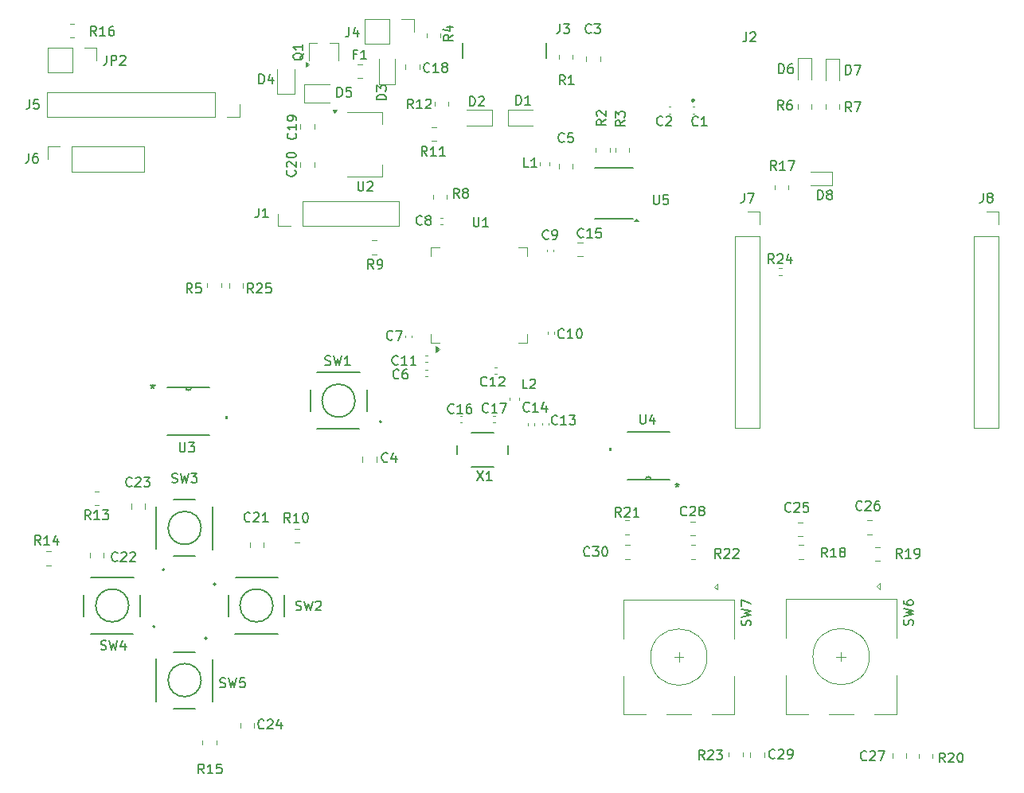
<source format=gbr>
%TF.GenerationSoftware,KiCad,Pcbnew,8.0.6*%
%TF.CreationDate,2025-01-09T21:18:53+11:00*%
%TF.ProjectId,drone_remote,64726f6e-655f-4726-956d-6f74652e6b69,rev?*%
%TF.SameCoordinates,Original*%
%TF.FileFunction,Legend,Top*%
%TF.FilePolarity,Positive*%
%FSLAX46Y46*%
G04 Gerber Fmt 4.6, Leading zero omitted, Abs format (unit mm)*
G04 Created by KiCad (PCBNEW 8.0.6) date 2025-01-09 21:18:53*
%MOMM*%
%LPD*%
G01*
G04 APERTURE LIST*
%ADD10C,0.150000*%
%ADD11C,0.120000*%
%ADD12C,0.152400*%
%ADD13C,0.000000*%
%ADD14C,0.127000*%
%ADD15C,0.200000*%
%ADD16C,0.254000*%
G04 APERTURE END LIST*
D10*
X112633333Y-45159580D02*
X112585714Y-45207200D01*
X112585714Y-45207200D02*
X112442857Y-45254819D01*
X112442857Y-45254819D02*
X112347619Y-45254819D01*
X112347619Y-45254819D02*
X112204762Y-45207200D01*
X112204762Y-45207200D02*
X112109524Y-45111961D01*
X112109524Y-45111961D02*
X112061905Y-45016723D01*
X112061905Y-45016723D02*
X112014286Y-44826247D01*
X112014286Y-44826247D02*
X112014286Y-44683390D01*
X112014286Y-44683390D02*
X112061905Y-44492914D01*
X112061905Y-44492914D02*
X112109524Y-44397676D01*
X112109524Y-44397676D02*
X112204762Y-44302438D01*
X112204762Y-44302438D02*
X112347619Y-44254819D01*
X112347619Y-44254819D02*
X112442857Y-44254819D01*
X112442857Y-44254819D02*
X112585714Y-44302438D01*
X112585714Y-44302438D02*
X112633333Y-44350057D01*
X113585714Y-45254819D02*
X113014286Y-45254819D01*
X113300000Y-45254819D02*
X113300000Y-44254819D01*
X113300000Y-44254819D02*
X113204762Y-44397676D01*
X113204762Y-44397676D02*
X113109524Y-44492914D01*
X113109524Y-44492914D02*
X113014286Y-44540533D01*
X121708333Y-43529819D02*
X121375000Y-43053628D01*
X121136905Y-43529819D02*
X121136905Y-42529819D01*
X121136905Y-42529819D02*
X121517857Y-42529819D01*
X121517857Y-42529819D02*
X121613095Y-42577438D01*
X121613095Y-42577438D02*
X121660714Y-42625057D01*
X121660714Y-42625057D02*
X121708333Y-42720295D01*
X121708333Y-42720295D02*
X121708333Y-42863152D01*
X121708333Y-42863152D02*
X121660714Y-42958390D01*
X121660714Y-42958390D02*
X121613095Y-43006009D01*
X121613095Y-43006009D02*
X121517857Y-43053628D01*
X121517857Y-43053628D02*
X121136905Y-43053628D01*
X122565476Y-42529819D02*
X122375000Y-42529819D01*
X122375000Y-42529819D02*
X122279762Y-42577438D01*
X122279762Y-42577438D02*
X122232143Y-42625057D01*
X122232143Y-42625057D02*
X122136905Y-42767914D01*
X122136905Y-42767914D02*
X122089286Y-42958390D01*
X122089286Y-42958390D02*
X122089286Y-43339342D01*
X122089286Y-43339342D02*
X122136905Y-43434580D01*
X122136905Y-43434580D02*
X122184524Y-43482200D01*
X122184524Y-43482200D02*
X122279762Y-43529819D01*
X122279762Y-43529819D02*
X122470238Y-43529819D01*
X122470238Y-43529819D02*
X122565476Y-43482200D01*
X122565476Y-43482200D02*
X122613095Y-43434580D01*
X122613095Y-43434580D02*
X122660714Y-43339342D01*
X122660714Y-43339342D02*
X122660714Y-43101247D01*
X122660714Y-43101247D02*
X122613095Y-43006009D01*
X122613095Y-43006009D02*
X122565476Y-42958390D01*
X122565476Y-42958390D02*
X122470238Y-42910771D01*
X122470238Y-42910771D02*
X122279762Y-42910771D01*
X122279762Y-42910771D02*
X122184524Y-42958390D01*
X122184524Y-42958390D02*
X122136905Y-43006009D01*
X122136905Y-43006009D02*
X122089286Y-43101247D01*
X70700057Y-37505238D02*
X70652438Y-37600476D01*
X70652438Y-37600476D02*
X70557200Y-37695714D01*
X70557200Y-37695714D02*
X70414342Y-37838571D01*
X70414342Y-37838571D02*
X70366723Y-37933809D01*
X70366723Y-37933809D02*
X70366723Y-38029047D01*
X70604819Y-37981428D02*
X70557200Y-38076666D01*
X70557200Y-38076666D02*
X70461961Y-38171904D01*
X70461961Y-38171904D02*
X70271485Y-38219523D01*
X70271485Y-38219523D02*
X69938152Y-38219523D01*
X69938152Y-38219523D02*
X69747676Y-38171904D01*
X69747676Y-38171904D02*
X69652438Y-38076666D01*
X69652438Y-38076666D02*
X69604819Y-37981428D01*
X69604819Y-37981428D02*
X69604819Y-37790952D01*
X69604819Y-37790952D02*
X69652438Y-37695714D01*
X69652438Y-37695714D02*
X69747676Y-37600476D01*
X69747676Y-37600476D02*
X69938152Y-37552857D01*
X69938152Y-37552857D02*
X70271485Y-37552857D01*
X70271485Y-37552857D02*
X70461961Y-37600476D01*
X70461961Y-37600476D02*
X70557200Y-37695714D01*
X70557200Y-37695714D02*
X70604819Y-37790952D01*
X70604819Y-37790952D02*
X70604819Y-37981428D01*
X70604819Y-36600476D02*
X70604819Y-37171904D01*
X70604819Y-36886190D02*
X69604819Y-36886190D01*
X69604819Y-36886190D02*
X69747676Y-36981428D01*
X69747676Y-36981428D02*
X69842914Y-37076666D01*
X69842914Y-37076666D02*
X69890533Y-37171904D01*
X130544642Y-112709580D02*
X130497023Y-112757200D01*
X130497023Y-112757200D02*
X130354166Y-112804819D01*
X130354166Y-112804819D02*
X130258928Y-112804819D01*
X130258928Y-112804819D02*
X130116071Y-112757200D01*
X130116071Y-112757200D02*
X130020833Y-112661961D01*
X130020833Y-112661961D02*
X129973214Y-112566723D01*
X129973214Y-112566723D02*
X129925595Y-112376247D01*
X129925595Y-112376247D02*
X129925595Y-112233390D01*
X129925595Y-112233390D02*
X129973214Y-112042914D01*
X129973214Y-112042914D02*
X130020833Y-111947676D01*
X130020833Y-111947676D02*
X130116071Y-111852438D01*
X130116071Y-111852438D02*
X130258928Y-111804819D01*
X130258928Y-111804819D02*
X130354166Y-111804819D01*
X130354166Y-111804819D02*
X130497023Y-111852438D01*
X130497023Y-111852438D02*
X130544642Y-111900057D01*
X130925595Y-111900057D02*
X130973214Y-111852438D01*
X130973214Y-111852438D02*
X131068452Y-111804819D01*
X131068452Y-111804819D02*
X131306547Y-111804819D01*
X131306547Y-111804819D02*
X131401785Y-111852438D01*
X131401785Y-111852438D02*
X131449404Y-111900057D01*
X131449404Y-111900057D02*
X131497023Y-111995295D01*
X131497023Y-111995295D02*
X131497023Y-112090533D01*
X131497023Y-112090533D02*
X131449404Y-112233390D01*
X131449404Y-112233390D02*
X130877976Y-112804819D01*
X130877976Y-112804819D02*
X131497023Y-112804819D01*
X131830357Y-111804819D02*
X132497023Y-111804819D01*
X132497023Y-111804819D02*
X132068452Y-112804819D01*
X98493333Y-40854819D02*
X98160000Y-40378628D01*
X97921905Y-40854819D02*
X97921905Y-39854819D01*
X97921905Y-39854819D02*
X98302857Y-39854819D01*
X98302857Y-39854819D02*
X98398095Y-39902438D01*
X98398095Y-39902438D02*
X98445714Y-39950057D01*
X98445714Y-39950057D02*
X98493333Y-40045295D01*
X98493333Y-40045295D02*
X98493333Y-40188152D01*
X98493333Y-40188152D02*
X98445714Y-40283390D01*
X98445714Y-40283390D02*
X98398095Y-40331009D01*
X98398095Y-40331009D02*
X98302857Y-40378628D01*
X98302857Y-40378628D02*
X97921905Y-40378628D01*
X99445714Y-40854819D02*
X98874286Y-40854819D01*
X99160000Y-40854819D02*
X99160000Y-39854819D01*
X99160000Y-39854819D02*
X99064762Y-39997676D01*
X99064762Y-39997676D02*
X98969524Y-40092914D01*
X98969524Y-40092914D02*
X98874286Y-40140533D01*
X48657142Y-35654819D02*
X48323809Y-35178628D01*
X48085714Y-35654819D02*
X48085714Y-34654819D01*
X48085714Y-34654819D02*
X48466666Y-34654819D01*
X48466666Y-34654819D02*
X48561904Y-34702438D01*
X48561904Y-34702438D02*
X48609523Y-34750057D01*
X48609523Y-34750057D02*
X48657142Y-34845295D01*
X48657142Y-34845295D02*
X48657142Y-34988152D01*
X48657142Y-34988152D02*
X48609523Y-35083390D01*
X48609523Y-35083390D02*
X48561904Y-35131009D01*
X48561904Y-35131009D02*
X48466666Y-35178628D01*
X48466666Y-35178628D02*
X48085714Y-35178628D01*
X49609523Y-35654819D02*
X49038095Y-35654819D01*
X49323809Y-35654819D02*
X49323809Y-34654819D01*
X49323809Y-34654819D02*
X49228571Y-34797676D01*
X49228571Y-34797676D02*
X49133333Y-34892914D01*
X49133333Y-34892914D02*
X49038095Y-34940533D01*
X50466666Y-34654819D02*
X50276190Y-34654819D01*
X50276190Y-34654819D02*
X50180952Y-34702438D01*
X50180952Y-34702438D02*
X50133333Y-34750057D01*
X50133333Y-34750057D02*
X50038095Y-34892914D01*
X50038095Y-34892914D02*
X49990476Y-35083390D01*
X49990476Y-35083390D02*
X49990476Y-35464342D01*
X49990476Y-35464342D02*
X50038095Y-35559580D01*
X50038095Y-35559580D02*
X50085714Y-35607200D01*
X50085714Y-35607200D02*
X50180952Y-35654819D01*
X50180952Y-35654819D02*
X50371428Y-35654819D01*
X50371428Y-35654819D02*
X50466666Y-35607200D01*
X50466666Y-35607200D02*
X50514285Y-35559580D01*
X50514285Y-35559580D02*
X50561904Y-35464342D01*
X50561904Y-35464342D02*
X50561904Y-35226247D01*
X50561904Y-35226247D02*
X50514285Y-35131009D01*
X50514285Y-35131009D02*
X50466666Y-35083390D01*
X50466666Y-35083390D02*
X50371428Y-35035771D01*
X50371428Y-35035771D02*
X50180952Y-35035771D01*
X50180952Y-35035771D02*
X50085714Y-35083390D01*
X50085714Y-35083390D02*
X50038095Y-35131009D01*
X50038095Y-35131009D02*
X49990476Y-35226247D01*
X138894642Y-113004819D02*
X138561309Y-112528628D01*
X138323214Y-113004819D02*
X138323214Y-112004819D01*
X138323214Y-112004819D02*
X138704166Y-112004819D01*
X138704166Y-112004819D02*
X138799404Y-112052438D01*
X138799404Y-112052438D02*
X138847023Y-112100057D01*
X138847023Y-112100057D02*
X138894642Y-112195295D01*
X138894642Y-112195295D02*
X138894642Y-112338152D01*
X138894642Y-112338152D02*
X138847023Y-112433390D01*
X138847023Y-112433390D02*
X138799404Y-112481009D01*
X138799404Y-112481009D02*
X138704166Y-112528628D01*
X138704166Y-112528628D02*
X138323214Y-112528628D01*
X139275595Y-112100057D02*
X139323214Y-112052438D01*
X139323214Y-112052438D02*
X139418452Y-112004819D01*
X139418452Y-112004819D02*
X139656547Y-112004819D01*
X139656547Y-112004819D02*
X139751785Y-112052438D01*
X139751785Y-112052438D02*
X139799404Y-112100057D01*
X139799404Y-112100057D02*
X139847023Y-112195295D01*
X139847023Y-112195295D02*
X139847023Y-112290533D01*
X139847023Y-112290533D02*
X139799404Y-112433390D01*
X139799404Y-112433390D02*
X139227976Y-113004819D01*
X139227976Y-113004819D02*
X139847023Y-113004819D01*
X140466071Y-112004819D02*
X140561309Y-112004819D01*
X140561309Y-112004819D02*
X140656547Y-112052438D01*
X140656547Y-112052438D02*
X140704166Y-112100057D01*
X140704166Y-112100057D02*
X140751785Y-112195295D01*
X140751785Y-112195295D02*
X140799404Y-112385771D01*
X140799404Y-112385771D02*
X140799404Y-112623866D01*
X140799404Y-112623866D02*
X140751785Y-112814342D01*
X140751785Y-112814342D02*
X140704166Y-112909580D01*
X140704166Y-112909580D02*
X140656547Y-112957200D01*
X140656547Y-112957200D02*
X140561309Y-113004819D01*
X140561309Y-113004819D02*
X140466071Y-113004819D01*
X140466071Y-113004819D02*
X140370833Y-112957200D01*
X140370833Y-112957200D02*
X140323214Y-112909580D01*
X140323214Y-112909580D02*
X140275595Y-112814342D01*
X140275595Y-112814342D02*
X140227976Y-112623866D01*
X140227976Y-112623866D02*
X140227976Y-112385771D01*
X140227976Y-112385771D02*
X140275595Y-112195295D01*
X140275595Y-112195295D02*
X140323214Y-112100057D01*
X140323214Y-112100057D02*
X140370833Y-112052438D01*
X140370833Y-112052438D02*
X140466071Y-112004819D01*
X122482142Y-86259580D02*
X122434523Y-86307200D01*
X122434523Y-86307200D02*
X122291666Y-86354819D01*
X122291666Y-86354819D02*
X122196428Y-86354819D01*
X122196428Y-86354819D02*
X122053571Y-86307200D01*
X122053571Y-86307200D02*
X121958333Y-86211961D01*
X121958333Y-86211961D02*
X121910714Y-86116723D01*
X121910714Y-86116723D02*
X121863095Y-85926247D01*
X121863095Y-85926247D02*
X121863095Y-85783390D01*
X121863095Y-85783390D02*
X121910714Y-85592914D01*
X121910714Y-85592914D02*
X121958333Y-85497676D01*
X121958333Y-85497676D02*
X122053571Y-85402438D01*
X122053571Y-85402438D02*
X122196428Y-85354819D01*
X122196428Y-85354819D02*
X122291666Y-85354819D01*
X122291666Y-85354819D02*
X122434523Y-85402438D01*
X122434523Y-85402438D02*
X122482142Y-85450057D01*
X122863095Y-85450057D02*
X122910714Y-85402438D01*
X122910714Y-85402438D02*
X123005952Y-85354819D01*
X123005952Y-85354819D02*
X123244047Y-85354819D01*
X123244047Y-85354819D02*
X123339285Y-85402438D01*
X123339285Y-85402438D02*
X123386904Y-85450057D01*
X123386904Y-85450057D02*
X123434523Y-85545295D01*
X123434523Y-85545295D02*
X123434523Y-85640533D01*
X123434523Y-85640533D02*
X123386904Y-85783390D01*
X123386904Y-85783390D02*
X122815476Y-86354819D01*
X122815476Y-86354819D02*
X123434523Y-86354819D01*
X124339285Y-85354819D02*
X123863095Y-85354819D01*
X123863095Y-85354819D02*
X123815476Y-85831009D01*
X123815476Y-85831009D02*
X123863095Y-85783390D01*
X123863095Y-85783390D02*
X123958333Y-85735771D01*
X123958333Y-85735771D02*
X124196428Y-85735771D01*
X124196428Y-85735771D02*
X124291666Y-85783390D01*
X124291666Y-85783390D02*
X124339285Y-85831009D01*
X124339285Y-85831009D02*
X124386904Y-85926247D01*
X124386904Y-85926247D02*
X124386904Y-86164342D01*
X124386904Y-86164342D02*
X124339285Y-86259580D01*
X124339285Y-86259580D02*
X124291666Y-86307200D01*
X124291666Y-86307200D02*
X124196428Y-86354819D01*
X124196428Y-86354819D02*
X123958333Y-86354819D01*
X123958333Y-86354819D02*
X123863095Y-86307200D01*
X123863095Y-86307200D02*
X123815476Y-86259580D01*
X57513095Y-78954819D02*
X57513095Y-79764342D01*
X57513095Y-79764342D02*
X57560714Y-79859580D01*
X57560714Y-79859580D02*
X57608333Y-79907200D01*
X57608333Y-79907200D02*
X57703571Y-79954819D01*
X57703571Y-79954819D02*
X57894047Y-79954819D01*
X57894047Y-79954819D02*
X57989285Y-79907200D01*
X57989285Y-79907200D02*
X58036904Y-79859580D01*
X58036904Y-79859580D02*
X58084523Y-79764342D01*
X58084523Y-79764342D02*
X58084523Y-78954819D01*
X58465476Y-78954819D02*
X59084523Y-78954819D01*
X59084523Y-78954819D02*
X58751190Y-79335771D01*
X58751190Y-79335771D02*
X58894047Y-79335771D01*
X58894047Y-79335771D02*
X58989285Y-79383390D01*
X58989285Y-79383390D02*
X59036904Y-79431009D01*
X59036904Y-79431009D02*
X59084523Y-79526247D01*
X59084523Y-79526247D02*
X59084523Y-79764342D01*
X59084523Y-79764342D02*
X59036904Y-79859580D01*
X59036904Y-79859580D02*
X58989285Y-79907200D01*
X58989285Y-79907200D02*
X58894047Y-79954819D01*
X58894047Y-79954819D02*
X58608333Y-79954819D01*
X58608333Y-79954819D02*
X58513095Y-79907200D01*
X58513095Y-79907200D02*
X58465476Y-79859580D01*
X54650000Y-72729819D02*
X54650000Y-72967914D01*
X54411905Y-72872676D02*
X54650000Y-72967914D01*
X54650000Y-72967914D02*
X54888095Y-72872676D01*
X54507143Y-73158390D02*
X54650000Y-72967914D01*
X54650000Y-72967914D02*
X54792857Y-73158390D01*
X84082142Y-39459580D02*
X84034523Y-39507200D01*
X84034523Y-39507200D02*
X83891666Y-39554819D01*
X83891666Y-39554819D02*
X83796428Y-39554819D01*
X83796428Y-39554819D02*
X83653571Y-39507200D01*
X83653571Y-39507200D02*
X83558333Y-39411961D01*
X83558333Y-39411961D02*
X83510714Y-39316723D01*
X83510714Y-39316723D02*
X83463095Y-39126247D01*
X83463095Y-39126247D02*
X83463095Y-38983390D01*
X83463095Y-38983390D02*
X83510714Y-38792914D01*
X83510714Y-38792914D02*
X83558333Y-38697676D01*
X83558333Y-38697676D02*
X83653571Y-38602438D01*
X83653571Y-38602438D02*
X83796428Y-38554819D01*
X83796428Y-38554819D02*
X83891666Y-38554819D01*
X83891666Y-38554819D02*
X84034523Y-38602438D01*
X84034523Y-38602438D02*
X84082142Y-38650057D01*
X85034523Y-39554819D02*
X84463095Y-39554819D01*
X84748809Y-39554819D02*
X84748809Y-38554819D01*
X84748809Y-38554819D02*
X84653571Y-38697676D01*
X84653571Y-38697676D02*
X84558333Y-38792914D01*
X84558333Y-38792914D02*
X84463095Y-38840533D01*
X85605952Y-38983390D02*
X85510714Y-38935771D01*
X85510714Y-38935771D02*
X85463095Y-38888152D01*
X85463095Y-38888152D02*
X85415476Y-38792914D01*
X85415476Y-38792914D02*
X85415476Y-38745295D01*
X85415476Y-38745295D02*
X85463095Y-38650057D01*
X85463095Y-38650057D02*
X85510714Y-38602438D01*
X85510714Y-38602438D02*
X85605952Y-38554819D01*
X85605952Y-38554819D02*
X85796428Y-38554819D01*
X85796428Y-38554819D02*
X85891666Y-38602438D01*
X85891666Y-38602438D02*
X85939285Y-38650057D01*
X85939285Y-38650057D02*
X85986904Y-38745295D01*
X85986904Y-38745295D02*
X85986904Y-38792914D01*
X85986904Y-38792914D02*
X85939285Y-38888152D01*
X85939285Y-38888152D02*
X85891666Y-38935771D01*
X85891666Y-38935771D02*
X85796428Y-38983390D01*
X85796428Y-38983390D02*
X85605952Y-38983390D01*
X85605952Y-38983390D02*
X85510714Y-39031009D01*
X85510714Y-39031009D02*
X85463095Y-39078628D01*
X85463095Y-39078628D02*
X85415476Y-39173866D01*
X85415476Y-39173866D02*
X85415476Y-39364342D01*
X85415476Y-39364342D02*
X85463095Y-39459580D01*
X85463095Y-39459580D02*
X85510714Y-39507200D01*
X85510714Y-39507200D02*
X85605952Y-39554819D01*
X85605952Y-39554819D02*
X85796428Y-39554819D01*
X85796428Y-39554819D02*
X85891666Y-39507200D01*
X85891666Y-39507200D02*
X85939285Y-39459580D01*
X85939285Y-39459580D02*
X85986904Y-39364342D01*
X85986904Y-39364342D02*
X85986904Y-39173866D01*
X85986904Y-39173866D02*
X85939285Y-39078628D01*
X85939285Y-39078628D02*
X85891666Y-39031009D01*
X85891666Y-39031009D02*
X85796428Y-38983390D01*
X94633333Y-49654819D02*
X94157143Y-49654819D01*
X94157143Y-49654819D02*
X94157143Y-48654819D01*
X95490476Y-49654819D02*
X94919048Y-49654819D01*
X95204762Y-49654819D02*
X95204762Y-48654819D01*
X95204762Y-48654819D02*
X95109524Y-48797676D01*
X95109524Y-48797676D02*
X95014286Y-48892914D01*
X95014286Y-48892914D02*
X94919048Y-48940533D01*
X50907142Y-91534580D02*
X50859523Y-91582200D01*
X50859523Y-91582200D02*
X50716666Y-91629819D01*
X50716666Y-91629819D02*
X50621428Y-91629819D01*
X50621428Y-91629819D02*
X50478571Y-91582200D01*
X50478571Y-91582200D02*
X50383333Y-91486961D01*
X50383333Y-91486961D02*
X50335714Y-91391723D01*
X50335714Y-91391723D02*
X50288095Y-91201247D01*
X50288095Y-91201247D02*
X50288095Y-91058390D01*
X50288095Y-91058390D02*
X50335714Y-90867914D01*
X50335714Y-90867914D02*
X50383333Y-90772676D01*
X50383333Y-90772676D02*
X50478571Y-90677438D01*
X50478571Y-90677438D02*
X50621428Y-90629819D01*
X50621428Y-90629819D02*
X50716666Y-90629819D01*
X50716666Y-90629819D02*
X50859523Y-90677438D01*
X50859523Y-90677438D02*
X50907142Y-90725057D01*
X51288095Y-90725057D02*
X51335714Y-90677438D01*
X51335714Y-90677438D02*
X51430952Y-90629819D01*
X51430952Y-90629819D02*
X51669047Y-90629819D01*
X51669047Y-90629819D02*
X51764285Y-90677438D01*
X51764285Y-90677438D02*
X51811904Y-90725057D01*
X51811904Y-90725057D02*
X51859523Y-90820295D01*
X51859523Y-90820295D02*
X51859523Y-90915533D01*
X51859523Y-90915533D02*
X51811904Y-91058390D01*
X51811904Y-91058390D02*
X51240476Y-91629819D01*
X51240476Y-91629819D02*
X51859523Y-91629819D01*
X52240476Y-90725057D02*
X52288095Y-90677438D01*
X52288095Y-90677438D02*
X52383333Y-90629819D01*
X52383333Y-90629819D02*
X52621428Y-90629819D01*
X52621428Y-90629819D02*
X52716666Y-90677438D01*
X52716666Y-90677438D02*
X52764285Y-90725057D01*
X52764285Y-90725057D02*
X52811904Y-90820295D01*
X52811904Y-90820295D02*
X52811904Y-90915533D01*
X52811904Y-90915533D02*
X52764285Y-91058390D01*
X52764285Y-91058390D02*
X52192857Y-91629819D01*
X52192857Y-91629819D02*
X52811904Y-91629819D01*
X56691667Y-83182200D02*
X56834524Y-83229819D01*
X56834524Y-83229819D02*
X57072619Y-83229819D01*
X57072619Y-83229819D02*
X57167857Y-83182200D01*
X57167857Y-83182200D02*
X57215476Y-83134580D01*
X57215476Y-83134580D02*
X57263095Y-83039342D01*
X57263095Y-83039342D02*
X57263095Y-82944104D01*
X57263095Y-82944104D02*
X57215476Y-82848866D01*
X57215476Y-82848866D02*
X57167857Y-82801247D01*
X57167857Y-82801247D02*
X57072619Y-82753628D01*
X57072619Y-82753628D02*
X56882143Y-82706009D01*
X56882143Y-82706009D02*
X56786905Y-82658390D01*
X56786905Y-82658390D02*
X56739286Y-82610771D01*
X56739286Y-82610771D02*
X56691667Y-82515533D01*
X56691667Y-82515533D02*
X56691667Y-82420295D01*
X56691667Y-82420295D02*
X56739286Y-82325057D01*
X56739286Y-82325057D02*
X56786905Y-82277438D01*
X56786905Y-82277438D02*
X56882143Y-82229819D01*
X56882143Y-82229819D02*
X57120238Y-82229819D01*
X57120238Y-82229819D02*
X57263095Y-82277438D01*
X57596429Y-82229819D02*
X57834524Y-83229819D01*
X57834524Y-83229819D02*
X58025000Y-82515533D01*
X58025000Y-82515533D02*
X58215476Y-83229819D01*
X58215476Y-83229819D02*
X58453572Y-82229819D01*
X58739286Y-82229819D02*
X59358333Y-82229819D01*
X59358333Y-82229819D02*
X59025000Y-82610771D01*
X59025000Y-82610771D02*
X59167857Y-82610771D01*
X59167857Y-82610771D02*
X59263095Y-82658390D01*
X59263095Y-82658390D02*
X59310714Y-82706009D01*
X59310714Y-82706009D02*
X59358333Y-82801247D01*
X59358333Y-82801247D02*
X59358333Y-83039342D01*
X59358333Y-83039342D02*
X59310714Y-83134580D01*
X59310714Y-83134580D02*
X59263095Y-83182200D01*
X59263095Y-83182200D02*
X59167857Y-83229819D01*
X59167857Y-83229819D02*
X58882143Y-83229819D01*
X58882143Y-83229819D02*
X58786905Y-83182200D01*
X58786905Y-83182200D02*
X58739286Y-83134580D01*
X87233333Y-52929819D02*
X86900000Y-52453628D01*
X86661905Y-52929819D02*
X86661905Y-51929819D01*
X86661905Y-51929819D02*
X87042857Y-51929819D01*
X87042857Y-51929819D02*
X87138095Y-51977438D01*
X87138095Y-51977438D02*
X87185714Y-52025057D01*
X87185714Y-52025057D02*
X87233333Y-52120295D01*
X87233333Y-52120295D02*
X87233333Y-52263152D01*
X87233333Y-52263152D02*
X87185714Y-52358390D01*
X87185714Y-52358390D02*
X87138095Y-52406009D01*
X87138095Y-52406009D02*
X87042857Y-52453628D01*
X87042857Y-52453628D02*
X86661905Y-52453628D01*
X87804762Y-52358390D02*
X87709524Y-52310771D01*
X87709524Y-52310771D02*
X87661905Y-52263152D01*
X87661905Y-52263152D02*
X87614286Y-52167914D01*
X87614286Y-52167914D02*
X87614286Y-52120295D01*
X87614286Y-52120295D02*
X87661905Y-52025057D01*
X87661905Y-52025057D02*
X87709524Y-51977438D01*
X87709524Y-51977438D02*
X87804762Y-51929819D01*
X87804762Y-51929819D02*
X87995238Y-51929819D01*
X87995238Y-51929819D02*
X88090476Y-51977438D01*
X88090476Y-51977438D02*
X88138095Y-52025057D01*
X88138095Y-52025057D02*
X88185714Y-52120295D01*
X88185714Y-52120295D02*
X88185714Y-52167914D01*
X88185714Y-52167914D02*
X88138095Y-52263152D01*
X88138095Y-52263152D02*
X88090476Y-52310771D01*
X88090476Y-52310771D02*
X87995238Y-52358390D01*
X87995238Y-52358390D02*
X87804762Y-52358390D01*
X87804762Y-52358390D02*
X87709524Y-52406009D01*
X87709524Y-52406009D02*
X87661905Y-52453628D01*
X87661905Y-52453628D02*
X87614286Y-52548866D01*
X87614286Y-52548866D02*
X87614286Y-52739342D01*
X87614286Y-52739342D02*
X87661905Y-52834580D01*
X87661905Y-52834580D02*
X87709524Y-52882200D01*
X87709524Y-52882200D02*
X87804762Y-52929819D01*
X87804762Y-52929819D02*
X87995238Y-52929819D01*
X87995238Y-52929819D02*
X88090476Y-52882200D01*
X88090476Y-52882200D02*
X88138095Y-52834580D01*
X88138095Y-52834580D02*
X88185714Y-52739342D01*
X88185714Y-52739342D02*
X88185714Y-52548866D01*
X88185714Y-52548866D02*
X88138095Y-52453628D01*
X88138095Y-52453628D02*
X88090476Y-52406009D01*
X88090476Y-52406009D02*
X87995238Y-52358390D01*
X83283333Y-55709580D02*
X83235714Y-55757200D01*
X83235714Y-55757200D02*
X83092857Y-55804819D01*
X83092857Y-55804819D02*
X82997619Y-55804819D01*
X82997619Y-55804819D02*
X82854762Y-55757200D01*
X82854762Y-55757200D02*
X82759524Y-55661961D01*
X82759524Y-55661961D02*
X82711905Y-55566723D01*
X82711905Y-55566723D02*
X82664286Y-55376247D01*
X82664286Y-55376247D02*
X82664286Y-55233390D01*
X82664286Y-55233390D02*
X82711905Y-55042914D01*
X82711905Y-55042914D02*
X82759524Y-54947676D01*
X82759524Y-54947676D02*
X82854762Y-54852438D01*
X82854762Y-54852438D02*
X82997619Y-54804819D01*
X82997619Y-54804819D02*
X83092857Y-54804819D01*
X83092857Y-54804819D02*
X83235714Y-54852438D01*
X83235714Y-54852438D02*
X83283333Y-54900057D01*
X83854762Y-55233390D02*
X83759524Y-55185771D01*
X83759524Y-55185771D02*
X83711905Y-55138152D01*
X83711905Y-55138152D02*
X83664286Y-55042914D01*
X83664286Y-55042914D02*
X83664286Y-54995295D01*
X83664286Y-54995295D02*
X83711905Y-54900057D01*
X83711905Y-54900057D02*
X83759524Y-54852438D01*
X83759524Y-54852438D02*
X83854762Y-54804819D01*
X83854762Y-54804819D02*
X84045238Y-54804819D01*
X84045238Y-54804819D02*
X84140476Y-54852438D01*
X84140476Y-54852438D02*
X84188095Y-54900057D01*
X84188095Y-54900057D02*
X84235714Y-54995295D01*
X84235714Y-54995295D02*
X84235714Y-55042914D01*
X84235714Y-55042914D02*
X84188095Y-55138152D01*
X84188095Y-55138152D02*
X84140476Y-55185771D01*
X84140476Y-55185771D02*
X84045238Y-55233390D01*
X84045238Y-55233390D02*
X83854762Y-55233390D01*
X83854762Y-55233390D02*
X83759524Y-55281009D01*
X83759524Y-55281009D02*
X83711905Y-55328628D01*
X83711905Y-55328628D02*
X83664286Y-55423866D01*
X83664286Y-55423866D02*
X83664286Y-55614342D01*
X83664286Y-55614342D02*
X83711905Y-55709580D01*
X83711905Y-55709580D02*
X83759524Y-55757200D01*
X83759524Y-55757200D02*
X83854762Y-55804819D01*
X83854762Y-55804819D02*
X84045238Y-55804819D01*
X84045238Y-55804819D02*
X84140476Y-55757200D01*
X84140476Y-55757200D02*
X84188095Y-55709580D01*
X84188095Y-55709580D02*
X84235714Y-55614342D01*
X84235714Y-55614342D02*
X84235714Y-55423866D01*
X84235714Y-55423866D02*
X84188095Y-55328628D01*
X84188095Y-55328628D02*
X84140476Y-55281009D01*
X84140476Y-55281009D02*
X84045238Y-55233390D01*
X94483333Y-73204819D02*
X94007143Y-73204819D01*
X94007143Y-73204819D02*
X94007143Y-72204819D01*
X94769048Y-72300057D02*
X94816667Y-72252438D01*
X94816667Y-72252438D02*
X94911905Y-72204819D01*
X94911905Y-72204819D02*
X95150000Y-72204819D01*
X95150000Y-72204819D02*
X95245238Y-72252438D01*
X95245238Y-72252438D02*
X95292857Y-72300057D01*
X95292857Y-72300057D02*
X95340476Y-72395295D01*
X95340476Y-72395295D02*
X95340476Y-72490533D01*
X95340476Y-72490533D02*
X95292857Y-72633390D01*
X95292857Y-72633390D02*
X94721429Y-73204819D01*
X94721429Y-73204819D02*
X95340476Y-73204819D01*
X41466666Y-48179819D02*
X41466666Y-48894104D01*
X41466666Y-48894104D02*
X41419047Y-49036961D01*
X41419047Y-49036961D02*
X41323809Y-49132200D01*
X41323809Y-49132200D02*
X41180952Y-49179819D01*
X41180952Y-49179819D02*
X41085714Y-49179819D01*
X42371428Y-48179819D02*
X42180952Y-48179819D01*
X42180952Y-48179819D02*
X42085714Y-48227438D01*
X42085714Y-48227438D02*
X42038095Y-48275057D01*
X42038095Y-48275057D02*
X41942857Y-48417914D01*
X41942857Y-48417914D02*
X41895238Y-48608390D01*
X41895238Y-48608390D02*
X41895238Y-48989342D01*
X41895238Y-48989342D02*
X41942857Y-49084580D01*
X41942857Y-49084580D02*
X41990476Y-49132200D01*
X41990476Y-49132200D02*
X42085714Y-49179819D01*
X42085714Y-49179819D02*
X42276190Y-49179819D01*
X42276190Y-49179819D02*
X42371428Y-49132200D01*
X42371428Y-49132200D02*
X42419047Y-49084580D01*
X42419047Y-49084580D02*
X42466666Y-48989342D01*
X42466666Y-48989342D02*
X42466666Y-48751247D01*
X42466666Y-48751247D02*
X42419047Y-48656009D01*
X42419047Y-48656009D02*
X42371428Y-48608390D01*
X42371428Y-48608390D02*
X42276190Y-48560771D01*
X42276190Y-48560771D02*
X42085714Y-48560771D01*
X42085714Y-48560771D02*
X41990476Y-48608390D01*
X41990476Y-48608390D02*
X41942857Y-48656009D01*
X41942857Y-48656009D02*
X41895238Y-48751247D01*
X142966666Y-52404819D02*
X142966666Y-53119104D01*
X142966666Y-53119104D02*
X142919047Y-53261961D01*
X142919047Y-53261961D02*
X142823809Y-53357200D01*
X142823809Y-53357200D02*
X142680952Y-53404819D01*
X142680952Y-53404819D02*
X142585714Y-53404819D01*
X143585714Y-52833390D02*
X143490476Y-52785771D01*
X143490476Y-52785771D02*
X143442857Y-52738152D01*
X143442857Y-52738152D02*
X143395238Y-52642914D01*
X143395238Y-52642914D02*
X143395238Y-52595295D01*
X143395238Y-52595295D02*
X143442857Y-52500057D01*
X143442857Y-52500057D02*
X143490476Y-52452438D01*
X143490476Y-52452438D02*
X143585714Y-52404819D01*
X143585714Y-52404819D02*
X143776190Y-52404819D01*
X143776190Y-52404819D02*
X143871428Y-52452438D01*
X143871428Y-52452438D02*
X143919047Y-52500057D01*
X143919047Y-52500057D02*
X143966666Y-52595295D01*
X143966666Y-52595295D02*
X143966666Y-52642914D01*
X143966666Y-52642914D02*
X143919047Y-52738152D01*
X143919047Y-52738152D02*
X143871428Y-52785771D01*
X143871428Y-52785771D02*
X143776190Y-52833390D01*
X143776190Y-52833390D02*
X143585714Y-52833390D01*
X143585714Y-52833390D02*
X143490476Y-52881009D01*
X143490476Y-52881009D02*
X143442857Y-52928628D01*
X143442857Y-52928628D02*
X143395238Y-53023866D01*
X143395238Y-53023866D02*
X143395238Y-53214342D01*
X143395238Y-53214342D02*
X143442857Y-53309580D01*
X143442857Y-53309580D02*
X143490476Y-53357200D01*
X143490476Y-53357200D02*
X143585714Y-53404819D01*
X143585714Y-53404819D02*
X143776190Y-53404819D01*
X143776190Y-53404819D02*
X143871428Y-53357200D01*
X143871428Y-53357200D02*
X143919047Y-53309580D01*
X143919047Y-53309580D02*
X143966666Y-53214342D01*
X143966666Y-53214342D02*
X143966666Y-53023866D01*
X143966666Y-53023866D02*
X143919047Y-52928628D01*
X143919047Y-52928628D02*
X143871428Y-52881009D01*
X143871428Y-52881009D02*
X143776190Y-52833390D01*
X115057142Y-91254819D02*
X114723809Y-90778628D01*
X114485714Y-91254819D02*
X114485714Y-90254819D01*
X114485714Y-90254819D02*
X114866666Y-90254819D01*
X114866666Y-90254819D02*
X114961904Y-90302438D01*
X114961904Y-90302438D02*
X115009523Y-90350057D01*
X115009523Y-90350057D02*
X115057142Y-90445295D01*
X115057142Y-90445295D02*
X115057142Y-90588152D01*
X115057142Y-90588152D02*
X115009523Y-90683390D01*
X115009523Y-90683390D02*
X114961904Y-90731009D01*
X114961904Y-90731009D02*
X114866666Y-90778628D01*
X114866666Y-90778628D02*
X114485714Y-90778628D01*
X115438095Y-90350057D02*
X115485714Y-90302438D01*
X115485714Y-90302438D02*
X115580952Y-90254819D01*
X115580952Y-90254819D02*
X115819047Y-90254819D01*
X115819047Y-90254819D02*
X115914285Y-90302438D01*
X115914285Y-90302438D02*
X115961904Y-90350057D01*
X115961904Y-90350057D02*
X116009523Y-90445295D01*
X116009523Y-90445295D02*
X116009523Y-90540533D01*
X116009523Y-90540533D02*
X115961904Y-90683390D01*
X115961904Y-90683390D02*
X115390476Y-91254819D01*
X115390476Y-91254819D02*
X116009523Y-91254819D01*
X116390476Y-90350057D02*
X116438095Y-90302438D01*
X116438095Y-90302438D02*
X116533333Y-90254819D01*
X116533333Y-90254819D02*
X116771428Y-90254819D01*
X116771428Y-90254819D02*
X116866666Y-90302438D01*
X116866666Y-90302438D02*
X116914285Y-90350057D01*
X116914285Y-90350057D02*
X116961904Y-90445295D01*
X116961904Y-90445295D02*
X116961904Y-90540533D01*
X116961904Y-90540533D02*
X116914285Y-90683390D01*
X116914285Y-90683390D02*
X116342857Y-91254819D01*
X116342857Y-91254819D02*
X116961904Y-91254819D01*
X79633333Y-80959580D02*
X79585714Y-81007200D01*
X79585714Y-81007200D02*
X79442857Y-81054819D01*
X79442857Y-81054819D02*
X79347619Y-81054819D01*
X79347619Y-81054819D02*
X79204762Y-81007200D01*
X79204762Y-81007200D02*
X79109524Y-80911961D01*
X79109524Y-80911961D02*
X79061905Y-80816723D01*
X79061905Y-80816723D02*
X79014286Y-80626247D01*
X79014286Y-80626247D02*
X79014286Y-80483390D01*
X79014286Y-80483390D02*
X79061905Y-80292914D01*
X79061905Y-80292914D02*
X79109524Y-80197676D01*
X79109524Y-80197676D02*
X79204762Y-80102438D01*
X79204762Y-80102438D02*
X79347619Y-80054819D01*
X79347619Y-80054819D02*
X79442857Y-80054819D01*
X79442857Y-80054819D02*
X79585714Y-80102438D01*
X79585714Y-80102438D02*
X79633333Y-80150057D01*
X80490476Y-80388152D02*
X80490476Y-81054819D01*
X80252381Y-80007200D02*
X80014286Y-80721485D01*
X80014286Y-80721485D02*
X80633333Y-80721485D01*
X104854819Y-44679166D02*
X104378628Y-45012499D01*
X104854819Y-45250594D02*
X103854819Y-45250594D01*
X103854819Y-45250594D02*
X103854819Y-44869642D01*
X103854819Y-44869642D02*
X103902438Y-44774404D01*
X103902438Y-44774404D02*
X103950057Y-44726785D01*
X103950057Y-44726785D02*
X104045295Y-44679166D01*
X104045295Y-44679166D02*
X104188152Y-44679166D01*
X104188152Y-44679166D02*
X104283390Y-44726785D01*
X104283390Y-44726785D02*
X104331009Y-44774404D01*
X104331009Y-44774404D02*
X104378628Y-44869642D01*
X104378628Y-44869642D02*
X104378628Y-45250594D01*
X103854819Y-44345832D02*
X103854819Y-43726785D01*
X103854819Y-43726785D02*
X104235771Y-44060118D01*
X104235771Y-44060118D02*
X104235771Y-43917261D01*
X104235771Y-43917261D02*
X104283390Y-43822023D01*
X104283390Y-43822023D02*
X104331009Y-43774404D01*
X104331009Y-43774404D02*
X104426247Y-43726785D01*
X104426247Y-43726785D02*
X104664342Y-43726785D01*
X104664342Y-43726785D02*
X104759580Y-43774404D01*
X104759580Y-43774404D02*
X104807200Y-43822023D01*
X104807200Y-43822023D02*
X104854819Y-43917261D01*
X104854819Y-43917261D02*
X104854819Y-44202975D01*
X104854819Y-44202975D02*
X104807200Y-44298213D01*
X104807200Y-44298213D02*
X104759580Y-44345832D01*
X69891667Y-96782200D02*
X70034524Y-96829819D01*
X70034524Y-96829819D02*
X70272619Y-96829819D01*
X70272619Y-96829819D02*
X70367857Y-96782200D01*
X70367857Y-96782200D02*
X70415476Y-96734580D01*
X70415476Y-96734580D02*
X70463095Y-96639342D01*
X70463095Y-96639342D02*
X70463095Y-96544104D01*
X70463095Y-96544104D02*
X70415476Y-96448866D01*
X70415476Y-96448866D02*
X70367857Y-96401247D01*
X70367857Y-96401247D02*
X70272619Y-96353628D01*
X70272619Y-96353628D02*
X70082143Y-96306009D01*
X70082143Y-96306009D02*
X69986905Y-96258390D01*
X69986905Y-96258390D02*
X69939286Y-96210771D01*
X69939286Y-96210771D02*
X69891667Y-96115533D01*
X69891667Y-96115533D02*
X69891667Y-96020295D01*
X69891667Y-96020295D02*
X69939286Y-95925057D01*
X69939286Y-95925057D02*
X69986905Y-95877438D01*
X69986905Y-95877438D02*
X70082143Y-95829819D01*
X70082143Y-95829819D02*
X70320238Y-95829819D01*
X70320238Y-95829819D02*
X70463095Y-95877438D01*
X70796429Y-95829819D02*
X71034524Y-96829819D01*
X71034524Y-96829819D02*
X71225000Y-96115533D01*
X71225000Y-96115533D02*
X71415476Y-96829819D01*
X71415476Y-96829819D02*
X71653572Y-95829819D01*
X71986905Y-95925057D02*
X72034524Y-95877438D01*
X72034524Y-95877438D02*
X72129762Y-95829819D01*
X72129762Y-95829819D02*
X72367857Y-95829819D01*
X72367857Y-95829819D02*
X72463095Y-95877438D01*
X72463095Y-95877438D02*
X72510714Y-95925057D01*
X72510714Y-95925057D02*
X72558333Y-96020295D01*
X72558333Y-96020295D02*
X72558333Y-96115533D01*
X72558333Y-96115533D02*
X72510714Y-96258390D01*
X72510714Y-96258390D02*
X71939286Y-96829819D01*
X71939286Y-96829819D02*
X72558333Y-96829819D01*
X102854819Y-44579166D02*
X102378628Y-44912499D01*
X102854819Y-45150594D02*
X101854819Y-45150594D01*
X101854819Y-45150594D02*
X101854819Y-44769642D01*
X101854819Y-44769642D02*
X101902438Y-44674404D01*
X101902438Y-44674404D02*
X101950057Y-44626785D01*
X101950057Y-44626785D02*
X102045295Y-44579166D01*
X102045295Y-44579166D02*
X102188152Y-44579166D01*
X102188152Y-44579166D02*
X102283390Y-44626785D01*
X102283390Y-44626785D02*
X102331009Y-44674404D01*
X102331009Y-44674404D02*
X102378628Y-44769642D01*
X102378628Y-44769642D02*
X102378628Y-45150594D01*
X101950057Y-44198213D02*
X101902438Y-44150594D01*
X101902438Y-44150594D02*
X101854819Y-44055356D01*
X101854819Y-44055356D02*
X101854819Y-43817261D01*
X101854819Y-43817261D02*
X101902438Y-43722023D01*
X101902438Y-43722023D02*
X101950057Y-43674404D01*
X101950057Y-43674404D02*
X102045295Y-43626785D01*
X102045295Y-43626785D02*
X102140533Y-43626785D01*
X102140533Y-43626785D02*
X102283390Y-43674404D01*
X102283390Y-43674404D02*
X102854819Y-44245832D01*
X102854819Y-44245832D02*
X102854819Y-43626785D01*
X75541666Y-34754819D02*
X75541666Y-35469104D01*
X75541666Y-35469104D02*
X75494047Y-35611961D01*
X75494047Y-35611961D02*
X75398809Y-35707200D01*
X75398809Y-35707200D02*
X75255952Y-35754819D01*
X75255952Y-35754819D02*
X75160714Y-35754819D01*
X76446428Y-35088152D02*
X76446428Y-35754819D01*
X76208333Y-34707200D02*
X75970238Y-35421485D01*
X75970238Y-35421485D02*
X76589285Y-35421485D01*
X111407142Y-86659580D02*
X111359523Y-86707200D01*
X111359523Y-86707200D02*
X111216666Y-86754819D01*
X111216666Y-86754819D02*
X111121428Y-86754819D01*
X111121428Y-86754819D02*
X110978571Y-86707200D01*
X110978571Y-86707200D02*
X110883333Y-86611961D01*
X110883333Y-86611961D02*
X110835714Y-86516723D01*
X110835714Y-86516723D02*
X110788095Y-86326247D01*
X110788095Y-86326247D02*
X110788095Y-86183390D01*
X110788095Y-86183390D02*
X110835714Y-85992914D01*
X110835714Y-85992914D02*
X110883333Y-85897676D01*
X110883333Y-85897676D02*
X110978571Y-85802438D01*
X110978571Y-85802438D02*
X111121428Y-85754819D01*
X111121428Y-85754819D02*
X111216666Y-85754819D01*
X111216666Y-85754819D02*
X111359523Y-85802438D01*
X111359523Y-85802438D02*
X111407142Y-85850057D01*
X111788095Y-85850057D02*
X111835714Y-85802438D01*
X111835714Y-85802438D02*
X111930952Y-85754819D01*
X111930952Y-85754819D02*
X112169047Y-85754819D01*
X112169047Y-85754819D02*
X112264285Y-85802438D01*
X112264285Y-85802438D02*
X112311904Y-85850057D01*
X112311904Y-85850057D02*
X112359523Y-85945295D01*
X112359523Y-85945295D02*
X112359523Y-86040533D01*
X112359523Y-86040533D02*
X112311904Y-86183390D01*
X112311904Y-86183390D02*
X111740476Y-86754819D01*
X111740476Y-86754819D02*
X112359523Y-86754819D01*
X112930952Y-86183390D02*
X112835714Y-86135771D01*
X112835714Y-86135771D02*
X112788095Y-86088152D01*
X112788095Y-86088152D02*
X112740476Y-85992914D01*
X112740476Y-85992914D02*
X112740476Y-85945295D01*
X112740476Y-85945295D02*
X112788095Y-85850057D01*
X112788095Y-85850057D02*
X112835714Y-85802438D01*
X112835714Y-85802438D02*
X112930952Y-85754819D01*
X112930952Y-85754819D02*
X113121428Y-85754819D01*
X113121428Y-85754819D02*
X113216666Y-85802438D01*
X113216666Y-85802438D02*
X113264285Y-85850057D01*
X113264285Y-85850057D02*
X113311904Y-85945295D01*
X113311904Y-85945295D02*
X113311904Y-85992914D01*
X113311904Y-85992914D02*
X113264285Y-86088152D01*
X113264285Y-86088152D02*
X113216666Y-86135771D01*
X113216666Y-86135771D02*
X113121428Y-86183390D01*
X113121428Y-86183390D02*
X112930952Y-86183390D01*
X112930952Y-86183390D02*
X112835714Y-86231009D01*
X112835714Y-86231009D02*
X112788095Y-86278628D01*
X112788095Y-86278628D02*
X112740476Y-86373866D01*
X112740476Y-86373866D02*
X112740476Y-86564342D01*
X112740476Y-86564342D02*
X112788095Y-86659580D01*
X112788095Y-86659580D02*
X112835714Y-86707200D01*
X112835714Y-86707200D02*
X112930952Y-86754819D01*
X112930952Y-86754819D02*
X113121428Y-86754819D01*
X113121428Y-86754819D02*
X113216666Y-86707200D01*
X113216666Y-86707200D02*
X113264285Y-86659580D01*
X113264285Y-86659580D02*
X113311904Y-86564342D01*
X113311904Y-86564342D02*
X113311904Y-86373866D01*
X113311904Y-86373866D02*
X113264285Y-86278628D01*
X113264285Y-86278628D02*
X113216666Y-86231009D01*
X113216666Y-86231009D02*
X113121428Y-86183390D01*
X88361905Y-43129819D02*
X88361905Y-42129819D01*
X88361905Y-42129819D02*
X88600000Y-42129819D01*
X88600000Y-42129819D02*
X88742857Y-42177438D01*
X88742857Y-42177438D02*
X88838095Y-42272676D01*
X88838095Y-42272676D02*
X88885714Y-42367914D01*
X88885714Y-42367914D02*
X88933333Y-42558390D01*
X88933333Y-42558390D02*
X88933333Y-42701247D01*
X88933333Y-42701247D02*
X88885714Y-42891723D01*
X88885714Y-42891723D02*
X88838095Y-42986961D01*
X88838095Y-42986961D02*
X88742857Y-43082200D01*
X88742857Y-43082200D02*
X88600000Y-43129819D01*
X88600000Y-43129819D02*
X88361905Y-43129819D01*
X89314286Y-42225057D02*
X89361905Y-42177438D01*
X89361905Y-42177438D02*
X89457143Y-42129819D01*
X89457143Y-42129819D02*
X89695238Y-42129819D01*
X89695238Y-42129819D02*
X89790476Y-42177438D01*
X89790476Y-42177438D02*
X89838095Y-42225057D01*
X89838095Y-42225057D02*
X89885714Y-42320295D01*
X89885714Y-42320295D02*
X89885714Y-42415533D01*
X89885714Y-42415533D02*
X89838095Y-42558390D01*
X89838095Y-42558390D02*
X89266667Y-43129819D01*
X89266667Y-43129819D02*
X89885714Y-43129819D01*
X61816667Y-104982200D02*
X61959524Y-105029819D01*
X61959524Y-105029819D02*
X62197619Y-105029819D01*
X62197619Y-105029819D02*
X62292857Y-104982200D01*
X62292857Y-104982200D02*
X62340476Y-104934580D01*
X62340476Y-104934580D02*
X62388095Y-104839342D01*
X62388095Y-104839342D02*
X62388095Y-104744104D01*
X62388095Y-104744104D02*
X62340476Y-104648866D01*
X62340476Y-104648866D02*
X62292857Y-104601247D01*
X62292857Y-104601247D02*
X62197619Y-104553628D01*
X62197619Y-104553628D02*
X62007143Y-104506009D01*
X62007143Y-104506009D02*
X61911905Y-104458390D01*
X61911905Y-104458390D02*
X61864286Y-104410771D01*
X61864286Y-104410771D02*
X61816667Y-104315533D01*
X61816667Y-104315533D02*
X61816667Y-104220295D01*
X61816667Y-104220295D02*
X61864286Y-104125057D01*
X61864286Y-104125057D02*
X61911905Y-104077438D01*
X61911905Y-104077438D02*
X62007143Y-104029819D01*
X62007143Y-104029819D02*
X62245238Y-104029819D01*
X62245238Y-104029819D02*
X62388095Y-104077438D01*
X62721429Y-104029819D02*
X62959524Y-105029819D01*
X62959524Y-105029819D02*
X63150000Y-104315533D01*
X63150000Y-104315533D02*
X63340476Y-105029819D01*
X63340476Y-105029819D02*
X63578572Y-104029819D01*
X64435714Y-104029819D02*
X63959524Y-104029819D01*
X63959524Y-104029819D02*
X63911905Y-104506009D01*
X63911905Y-104506009D02*
X63959524Y-104458390D01*
X63959524Y-104458390D02*
X64054762Y-104410771D01*
X64054762Y-104410771D02*
X64292857Y-104410771D01*
X64292857Y-104410771D02*
X64388095Y-104458390D01*
X64388095Y-104458390D02*
X64435714Y-104506009D01*
X64435714Y-104506009D02*
X64483333Y-104601247D01*
X64483333Y-104601247D02*
X64483333Y-104839342D01*
X64483333Y-104839342D02*
X64435714Y-104934580D01*
X64435714Y-104934580D02*
X64388095Y-104982200D01*
X64388095Y-104982200D02*
X64292857Y-105029819D01*
X64292857Y-105029819D02*
X64054762Y-105029819D01*
X64054762Y-105029819D02*
X63959524Y-104982200D01*
X63959524Y-104982200D02*
X63911905Y-104934580D01*
X107913095Y-52604819D02*
X107913095Y-53414342D01*
X107913095Y-53414342D02*
X107960714Y-53509580D01*
X107960714Y-53509580D02*
X108008333Y-53557200D01*
X108008333Y-53557200D02*
X108103571Y-53604819D01*
X108103571Y-53604819D02*
X108294047Y-53604819D01*
X108294047Y-53604819D02*
X108389285Y-53557200D01*
X108389285Y-53557200D02*
X108436904Y-53509580D01*
X108436904Y-53509580D02*
X108484523Y-53414342D01*
X108484523Y-53414342D02*
X108484523Y-52604819D01*
X109436904Y-52604819D02*
X108960714Y-52604819D01*
X108960714Y-52604819D02*
X108913095Y-53081009D01*
X108913095Y-53081009D02*
X108960714Y-53033390D01*
X108960714Y-53033390D02*
X109055952Y-52985771D01*
X109055952Y-52985771D02*
X109294047Y-52985771D01*
X109294047Y-52985771D02*
X109389285Y-53033390D01*
X109389285Y-53033390D02*
X109436904Y-53081009D01*
X109436904Y-53081009D02*
X109484523Y-53176247D01*
X109484523Y-53176247D02*
X109484523Y-53414342D01*
X109484523Y-53414342D02*
X109436904Y-53509580D01*
X109436904Y-53509580D02*
X109389285Y-53557200D01*
X109389285Y-53557200D02*
X109294047Y-53604819D01*
X109294047Y-53604819D02*
X109055952Y-53604819D01*
X109055952Y-53604819D02*
X108960714Y-53557200D01*
X108960714Y-53557200D02*
X108913095Y-53509580D01*
X49141667Y-100982200D02*
X49284524Y-101029819D01*
X49284524Y-101029819D02*
X49522619Y-101029819D01*
X49522619Y-101029819D02*
X49617857Y-100982200D01*
X49617857Y-100982200D02*
X49665476Y-100934580D01*
X49665476Y-100934580D02*
X49713095Y-100839342D01*
X49713095Y-100839342D02*
X49713095Y-100744104D01*
X49713095Y-100744104D02*
X49665476Y-100648866D01*
X49665476Y-100648866D02*
X49617857Y-100601247D01*
X49617857Y-100601247D02*
X49522619Y-100553628D01*
X49522619Y-100553628D02*
X49332143Y-100506009D01*
X49332143Y-100506009D02*
X49236905Y-100458390D01*
X49236905Y-100458390D02*
X49189286Y-100410771D01*
X49189286Y-100410771D02*
X49141667Y-100315533D01*
X49141667Y-100315533D02*
X49141667Y-100220295D01*
X49141667Y-100220295D02*
X49189286Y-100125057D01*
X49189286Y-100125057D02*
X49236905Y-100077438D01*
X49236905Y-100077438D02*
X49332143Y-100029819D01*
X49332143Y-100029819D02*
X49570238Y-100029819D01*
X49570238Y-100029819D02*
X49713095Y-100077438D01*
X50046429Y-100029819D02*
X50284524Y-101029819D01*
X50284524Y-101029819D02*
X50475000Y-100315533D01*
X50475000Y-100315533D02*
X50665476Y-101029819D01*
X50665476Y-101029819D02*
X50903572Y-100029819D01*
X51713095Y-100363152D02*
X51713095Y-101029819D01*
X51475000Y-99982200D02*
X51236905Y-100696485D01*
X51236905Y-100696485D02*
X51855952Y-100696485D01*
X60107142Y-114179819D02*
X59773809Y-113703628D01*
X59535714Y-114179819D02*
X59535714Y-113179819D01*
X59535714Y-113179819D02*
X59916666Y-113179819D01*
X59916666Y-113179819D02*
X60011904Y-113227438D01*
X60011904Y-113227438D02*
X60059523Y-113275057D01*
X60059523Y-113275057D02*
X60107142Y-113370295D01*
X60107142Y-113370295D02*
X60107142Y-113513152D01*
X60107142Y-113513152D02*
X60059523Y-113608390D01*
X60059523Y-113608390D02*
X60011904Y-113656009D01*
X60011904Y-113656009D02*
X59916666Y-113703628D01*
X59916666Y-113703628D02*
X59535714Y-113703628D01*
X61059523Y-114179819D02*
X60488095Y-114179819D01*
X60773809Y-114179819D02*
X60773809Y-113179819D01*
X60773809Y-113179819D02*
X60678571Y-113322676D01*
X60678571Y-113322676D02*
X60583333Y-113417914D01*
X60583333Y-113417914D02*
X60488095Y-113465533D01*
X61964285Y-113179819D02*
X61488095Y-113179819D01*
X61488095Y-113179819D02*
X61440476Y-113656009D01*
X61440476Y-113656009D02*
X61488095Y-113608390D01*
X61488095Y-113608390D02*
X61583333Y-113560771D01*
X61583333Y-113560771D02*
X61821428Y-113560771D01*
X61821428Y-113560771D02*
X61916666Y-113608390D01*
X61916666Y-113608390D02*
X61964285Y-113656009D01*
X61964285Y-113656009D02*
X62011904Y-113751247D01*
X62011904Y-113751247D02*
X62011904Y-113989342D01*
X62011904Y-113989342D02*
X61964285Y-114084580D01*
X61964285Y-114084580D02*
X61916666Y-114132200D01*
X61916666Y-114132200D02*
X61821428Y-114179819D01*
X61821428Y-114179819D02*
X61583333Y-114179819D01*
X61583333Y-114179819D02*
X61488095Y-114132200D01*
X61488095Y-114132200D02*
X61440476Y-114084580D01*
X69779580Y-49992857D02*
X69827200Y-50040476D01*
X69827200Y-50040476D02*
X69874819Y-50183333D01*
X69874819Y-50183333D02*
X69874819Y-50278571D01*
X69874819Y-50278571D02*
X69827200Y-50421428D01*
X69827200Y-50421428D02*
X69731961Y-50516666D01*
X69731961Y-50516666D02*
X69636723Y-50564285D01*
X69636723Y-50564285D02*
X69446247Y-50611904D01*
X69446247Y-50611904D02*
X69303390Y-50611904D01*
X69303390Y-50611904D02*
X69112914Y-50564285D01*
X69112914Y-50564285D02*
X69017676Y-50516666D01*
X69017676Y-50516666D02*
X68922438Y-50421428D01*
X68922438Y-50421428D02*
X68874819Y-50278571D01*
X68874819Y-50278571D02*
X68874819Y-50183333D01*
X68874819Y-50183333D02*
X68922438Y-50040476D01*
X68922438Y-50040476D02*
X68970057Y-49992857D01*
X68970057Y-49611904D02*
X68922438Y-49564285D01*
X68922438Y-49564285D02*
X68874819Y-49469047D01*
X68874819Y-49469047D02*
X68874819Y-49230952D01*
X68874819Y-49230952D02*
X68922438Y-49135714D01*
X68922438Y-49135714D02*
X68970057Y-49088095D01*
X68970057Y-49088095D02*
X69065295Y-49040476D01*
X69065295Y-49040476D02*
X69160533Y-49040476D01*
X69160533Y-49040476D02*
X69303390Y-49088095D01*
X69303390Y-49088095D02*
X69874819Y-49659523D01*
X69874819Y-49659523D02*
X69874819Y-49040476D01*
X68874819Y-48421428D02*
X68874819Y-48326190D01*
X68874819Y-48326190D02*
X68922438Y-48230952D01*
X68922438Y-48230952D02*
X68970057Y-48183333D01*
X68970057Y-48183333D02*
X69065295Y-48135714D01*
X69065295Y-48135714D02*
X69255771Y-48088095D01*
X69255771Y-48088095D02*
X69493866Y-48088095D01*
X69493866Y-48088095D02*
X69684342Y-48135714D01*
X69684342Y-48135714D02*
X69779580Y-48183333D01*
X69779580Y-48183333D02*
X69827200Y-48230952D01*
X69827200Y-48230952D02*
X69874819Y-48326190D01*
X69874819Y-48326190D02*
X69874819Y-48421428D01*
X69874819Y-48421428D02*
X69827200Y-48516666D01*
X69827200Y-48516666D02*
X69779580Y-48564285D01*
X69779580Y-48564285D02*
X69684342Y-48611904D01*
X69684342Y-48611904D02*
X69493866Y-48659523D01*
X69493866Y-48659523D02*
X69255771Y-48659523D01*
X69255771Y-48659523D02*
X69065295Y-48611904D01*
X69065295Y-48611904D02*
X68970057Y-48564285D01*
X68970057Y-48564285D02*
X68922438Y-48516666D01*
X68922438Y-48516666D02*
X68874819Y-48421428D01*
X65007142Y-87309580D02*
X64959523Y-87357200D01*
X64959523Y-87357200D02*
X64816666Y-87404819D01*
X64816666Y-87404819D02*
X64721428Y-87404819D01*
X64721428Y-87404819D02*
X64578571Y-87357200D01*
X64578571Y-87357200D02*
X64483333Y-87261961D01*
X64483333Y-87261961D02*
X64435714Y-87166723D01*
X64435714Y-87166723D02*
X64388095Y-86976247D01*
X64388095Y-86976247D02*
X64388095Y-86833390D01*
X64388095Y-86833390D02*
X64435714Y-86642914D01*
X64435714Y-86642914D02*
X64483333Y-86547676D01*
X64483333Y-86547676D02*
X64578571Y-86452438D01*
X64578571Y-86452438D02*
X64721428Y-86404819D01*
X64721428Y-86404819D02*
X64816666Y-86404819D01*
X64816666Y-86404819D02*
X64959523Y-86452438D01*
X64959523Y-86452438D02*
X65007142Y-86500057D01*
X65388095Y-86500057D02*
X65435714Y-86452438D01*
X65435714Y-86452438D02*
X65530952Y-86404819D01*
X65530952Y-86404819D02*
X65769047Y-86404819D01*
X65769047Y-86404819D02*
X65864285Y-86452438D01*
X65864285Y-86452438D02*
X65911904Y-86500057D01*
X65911904Y-86500057D02*
X65959523Y-86595295D01*
X65959523Y-86595295D02*
X65959523Y-86690533D01*
X65959523Y-86690533D02*
X65911904Y-86833390D01*
X65911904Y-86833390D02*
X65340476Y-87404819D01*
X65340476Y-87404819D02*
X65959523Y-87404819D01*
X66911904Y-87404819D02*
X66340476Y-87404819D01*
X66626190Y-87404819D02*
X66626190Y-86404819D01*
X66626190Y-86404819D02*
X66530952Y-86547676D01*
X66530952Y-86547676D02*
X66435714Y-86642914D01*
X66435714Y-86642914D02*
X66340476Y-86690533D01*
X48044642Y-87154819D02*
X47711309Y-86678628D01*
X47473214Y-87154819D02*
X47473214Y-86154819D01*
X47473214Y-86154819D02*
X47854166Y-86154819D01*
X47854166Y-86154819D02*
X47949404Y-86202438D01*
X47949404Y-86202438D02*
X47997023Y-86250057D01*
X47997023Y-86250057D02*
X48044642Y-86345295D01*
X48044642Y-86345295D02*
X48044642Y-86488152D01*
X48044642Y-86488152D02*
X47997023Y-86583390D01*
X47997023Y-86583390D02*
X47949404Y-86631009D01*
X47949404Y-86631009D02*
X47854166Y-86678628D01*
X47854166Y-86678628D02*
X47473214Y-86678628D01*
X48997023Y-87154819D02*
X48425595Y-87154819D01*
X48711309Y-87154819D02*
X48711309Y-86154819D01*
X48711309Y-86154819D02*
X48616071Y-86297676D01*
X48616071Y-86297676D02*
X48520833Y-86392914D01*
X48520833Y-86392914D02*
X48425595Y-86440533D01*
X49330357Y-86154819D02*
X49949404Y-86154819D01*
X49949404Y-86154819D02*
X49616071Y-86535771D01*
X49616071Y-86535771D02*
X49758928Y-86535771D01*
X49758928Y-86535771D02*
X49854166Y-86583390D01*
X49854166Y-86583390D02*
X49901785Y-86631009D01*
X49901785Y-86631009D02*
X49949404Y-86726247D01*
X49949404Y-86726247D02*
X49949404Y-86964342D01*
X49949404Y-86964342D02*
X49901785Y-87059580D01*
X49901785Y-87059580D02*
X49854166Y-87107200D01*
X49854166Y-87107200D02*
X49758928Y-87154819D01*
X49758928Y-87154819D02*
X49473214Y-87154819D01*
X49473214Y-87154819D02*
X49377976Y-87107200D01*
X49377976Y-87107200D02*
X49330357Y-87059580D01*
X58858333Y-63029819D02*
X58525000Y-62553628D01*
X58286905Y-63029819D02*
X58286905Y-62029819D01*
X58286905Y-62029819D02*
X58667857Y-62029819D01*
X58667857Y-62029819D02*
X58763095Y-62077438D01*
X58763095Y-62077438D02*
X58810714Y-62125057D01*
X58810714Y-62125057D02*
X58858333Y-62220295D01*
X58858333Y-62220295D02*
X58858333Y-62363152D01*
X58858333Y-62363152D02*
X58810714Y-62458390D01*
X58810714Y-62458390D02*
X58763095Y-62506009D01*
X58763095Y-62506009D02*
X58667857Y-62553628D01*
X58667857Y-62553628D02*
X58286905Y-62553628D01*
X59763095Y-62029819D02*
X59286905Y-62029819D01*
X59286905Y-62029819D02*
X59239286Y-62506009D01*
X59239286Y-62506009D02*
X59286905Y-62458390D01*
X59286905Y-62458390D02*
X59382143Y-62410771D01*
X59382143Y-62410771D02*
X59620238Y-62410771D01*
X59620238Y-62410771D02*
X59715476Y-62458390D01*
X59715476Y-62458390D02*
X59763095Y-62506009D01*
X59763095Y-62506009D02*
X59810714Y-62601247D01*
X59810714Y-62601247D02*
X59810714Y-62839342D01*
X59810714Y-62839342D02*
X59763095Y-62934580D01*
X59763095Y-62934580D02*
X59715476Y-62982200D01*
X59715476Y-62982200D02*
X59620238Y-63029819D01*
X59620238Y-63029819D02*
X59382143Y-63029819D01*
X59382143Y-63029819D02*
X59286905Y-62982200D01*
X59286905Y-62982200D02*
X59239286Y-62934580D01*
X101283333Y-35309580D02*
X101235714Y-35357200D01*
X101235714Y-35357200D02*
X101092857Y-35404819D01*
X101092857Y-35404819D02*
X100997619Y-35404819D01*
X100997619Y-35404819D02*
X100854762Y-35357200D01*
X100854762Y-35357200D02*
X100759524Y-35261961D01*
X100759524Y-35261961D02*
X100711905Y-35166723D01*
X100711905Y-35166723D02*
X100664286Y-34976247D01*
X100664286Y-34976247D02*
X100664286Y-34833390D01*
X100664286Y-34833390D02*
X100711905Y-34642914D01*
X100711905Y-34642914D02*
X100759524Y-34547676D01*
X100759524Y-34547676D02*
X100854762Y-34452438D01*
X100854762Y-34452438D02*
X100997619Y-34404819D01*
X100997619Y-34404819D02*
X101092857Y-34404819D01*
X101092857Y-34404819D02*
X101235714Y-34452438D01*
X101235714Y-34452438D02*
X101283333Y-34500057D01*
X101616667Y-34404819D02*
X102235714Y-34404819D01*
X102235714Y-34404819D02*
X101902381Y-34785771D01*
X101902381Y-34785771D02*
X102045238Y-34785771D01*
X102045238Y-34785771D02*
X102140476Y-34833390D01*
X102140476Y-34833390D02*
X102188095Y-34881009D01*
X102188095Y-34881009D02*
X102235714Y-34976247D01*
X102235714Y-34976247D02*
X102235714Y-35214342D01*
X102235714Y-35214342D02*
X102188095Y-35309580D01*
X102188095Y-35309580D02*
X102140476Y-35357200D01*
X102140476Y-35357200D02*
X102045238Y-35404819D01*
X102045238Y-35404819D02*
X101759524Y-35404819D01*
X101759524Y-35404819D02*
X101664286Y-35357200D01*
X101664286Y-35357200D02*
X101616667Y-35309580D01*
X108873333Y-45119580D02*
X108825714Y-45167200D01*
X108825714Y-45167200D02*
X108682857Y-45214819D01*
X108682857Y-45214819D02*
X108587619Y-45214819D01*
X108587619Y-45214819D02*
X108444762Y-45167200D01*
X108444762Y-45167200D02*
X108349524Y-45071961D01*
X108349524Y-45071961D02*
X108301905Y-44976723D01*
X108301905Y-44976723D02*
X108254286Y-44786247D01*
X108254286Y-44786247D02*
X108254286Y-44643390D01*
X108254286Y-44643390D02*
X108301905Y-44452914D01*
X108301905Y-44452914D02*
X108349524Y-44357676D01*
X108349524Y-44357676D02*
X108444762Y-44262438D01*
X108444762Y-44262438D02*
X108587619Y-44214819D01*
X108587619Y-44214819D02*
X108682857Y-44214819D01*
X108682857Y-44214819D02*
X108825714Y-44262438D01*
X108825714Y-44262438D02*
X108873333Y-44310057D01*
X109254286Y-44310057D02*
X109301905Y-44262438D01*
X109301905Y-44262438D02*
X109397143Y-44214819D01*
X109397143Y-44214819D02*
X109635238Y-44214819D01*
X109635238Y-44214819D02*
X109730476Y-44262438D01*
X109730476Y-44262438D02*
X109778095Y-44310057D01*
X109778095Y-44310057D02*
X109825714Y-44405295D01*
X109825714Y-44405295D02*
X109825714Y-44500533D01*
X109825714Y-44500533D02*
X109778095Y-44643390D01*
X109778095Y-44643390D02*
X109206667Y-45214819D01*
X109206667Y-45214819D02*
X109825714Y-45214819D01*
X41566666Y-42454819D02*
X41566666Y-43169104D01*
X41566666Y-43169104D02*
X41519047Y-43311961D01*
X41519047Y-43311961D02*
X41423809Y-43407200D01*
X41423809Y-43407200D02*
X41280952Y-43454819D01*
X41280952Y-43454819D02*
X41185714Y-43454819D01*
X42519047Y-42454819D02*
X42042857Y-42454819D01*
X42042857Y-42454819D02*
X41995238Y-42931009D01*
X41995238Y-42931009D02*
X42042857Y-42883390D01*
X42042857Y-42883390D02*
X42138095Y-42835771D01*
X42138095Y-42835771D02*
X42376190Y-42835771D01*
X42376190Y-42835771D02*
X42471428Y-42883390D01*
X42471428Y-42883390D02*
X42519047Y-42931009D01*
X42519047Y-42931009D02*
X42566666Y-43026247D01*
X42566666Y-43026247D02*
X42566666Y-43264342D01*
X42566666Y-43264342D02*
X42519047Y-43359580D01*
X42519047Y-43359580D02*
X42471428Y-43407200D01*
X42471428Y-43407200D02*
X42376190Y-43454819D01*
X42376190Y-43454819D02*
X42138095Y-43454819D01*
X42138095Y-43454819D02*
X42042857Y-43407200D01*
X42042857Y-43407200D02*
X41995238Y-43359580D01*
X128336905Y-39779819D02*
X128336905Y-38779819D01*
X128336905Y-38779819D02*
X128575000Y-38779819D01*
X128575000Y-38779819D02*
X128717857Y-38827438D01*
X128717857Y-38827438D02*
X128813095Y-38922676D01*
X128813095Y-38922676D02*
X128860714Y-39017914D01*
X128860714Y-39017914D02*
X128908333Y-39208390D01*
X128908333Y-39208390D02*
X128908333Y-39351247D01*
X128908333Y-39351247D02*
X128860714Y-39541723D01*
X128860714Y-39541723D02*
X128813095Y-39636961D01*
X128813095Y-39636961D02*
X128717857Y-39732200D01*
X128717857Y-39732200D02*
X128575000Y-39779819D01*
X128575000Y-39779819D02*
X128336905Y-39779819D01*
X129241667Y-38779819D02*
X129908333Y-38779819D01*
X129908333Y-38779819D02*
X129479762Y-39779819D01*
X98408333Y-46909580D02*
X98360714Y-46957200D01*
X98360714Y-46957200D02*
X98217857Y-47004819D01*
X98217857Y-47004819D02*
X98122619Y-47004819D01*
X98122619Y-47004819D02*
X97979762Y-46957200D01*
X97979762Y-46957200D02*
X97884524Y-46861961D01*
X97884524Y-46861961D02*
X97836905Y-46766723D01*
X97836905Y-46766723D02*
X97789286Y-46576247D01*
X97789286Y-46576247D02*
X97789286Y-46433390D01*
X97789286Y-46433390D02*
X97836905Y-46242914D01*
X97836905Y-46242914D02*
X97884524Y-46147676D01*
X97884524Y-46147676D02*
X97979762Y-46052438D01*
X97979762Y-46052438D02*
X98122619Y-46004819D01*
X98122619Y-46004819D02*
X98217857Y-46004819D01*
X98217857Y-46004819D02*
X98360714Y-46052438D01*
X98360714Y-46052438D02*
X98408333Y-46100057D01*
X99313095Y-46004819D02*
X98836905Y-46004819D01*
X98836905Y-46004819D02*
X98789286Y-46481009D01*
X98789286Y-46481009D02*
X98836905Y-46433390D01*
X98836905Y-46433390D02*
X98932143Y-46385771D01*
X98932143Y-46385771D02*
X99170238Y-46385771D01*
X99170238Y-46385771D02*
X99265476Y-46433390D01*
X99265476Y-46433390D02*
X99313095Y-46481009D01*
X99313095Y-46481009D02*
X99360714Y-46576247D01*
X99360714Y-46576247D02*
X99360714Y-46814342D01*
X99360714Y-46814342D02*
X99313095Y-46909580D01*
X99313095Y-46909580D02*
X99265476Y-46957200D01*
X99265476Y-46957200D02*
X99170238Y-47004819D01*
X99170238Y-47004819D02*
X98932143Y-47004819D01*
X98932143Y-47004819D02*
X98836905Y-46957200D01*
X98836905Y-46957200D02*
X98789286Y-46909580D01*
X88763095Y-54979819D02*
X88763095Y-55789342D01*
X88763095Y-55789342D02*
X88810714Y-55884580D01*
X88810714Y-55884580D02*
X88858333Y-55932200D01*
X88858333Y-55932200D02*
X88953571Y-55979819D01*
X88953571Y-55979819D02*
X89144047Y-55979819D01*
X89144047Y-55979819D02*
X89239285Y-55932200D01*
X89239285Y-55932200D02*
X89286904Y-55884580D01*
X89286904Y-55884580D02*
X89334523Y-55789342D01*
X89334523Y-55789342D02*
X89334523Y-54979819D01*
X90334523Y-55979819D02*
X89763095Y-55979819D01*
X90048809Y-55979819D02*
X90048809Y-54979819D01*
X90048809Y-54979819D02*
X89953571Y-55122676D01*
X89953571Y-55122676D02*
X89858333Y-55217914D01*
X89858333Y-55217914D02*
X89763095Y-55265533D01*
X76329166Y-37631009D02*
X75995833Y-37631009D01*
X75995833Y-38154819D02*
X75995833Y-37154819D01*
X75995833Y-37154819D02*
X76472023Y-37154819D01*
X77376785Y-38154819D02*
X76805357Y-38154819D01*
X77091071Y-38154819D02*
X77091071Y-37154819D01*
X77091071Y-37154819D02*
X76995833Y-37297676D01*
X76995833Y-37297676D02*
X76900595Y-37392914D01*
X76900595Y-37392914D02*
X76805357Y-37440533D01*
X74261905Y-42154819D02*
X74261905Y-41154819D01*
X74261905Y-41154819D02*
X74500000Y-41154819D01*
X74500000Y-41154819D02*
X74642857Y-41202438D01*
X74642857Y-41202438D02*
X74738095Y-41297676D01*
X74738095Y-41297676D02*
X74785714Y-41392914D01*
X74785714Y-41392914D02*
X74833333Y-41583390D01*
X74833333Y-41583390D02*
X74833333Y-41726247D01*
X74833333Y-41726247D02*
X74785714Y-41916723D01*
X74785714Y-41916723D02*
X74738095Y-42011961D01*
X74738095Y-42011961D02*
X74642857Y-42107200D01*
X74642857Y-42107200D02*
X74500000Y-42154819D01*
X74500000Y-42154819D02*
X74261905Y-42154819D01*
X75738095Y-41154819D02*
X75261905Y-41154819D01*
X75261905Y-41154819D02*
X75214286Y-41631009D01*
X75214286Y-41631009D02*
X75261905Y-41583390D01*
X75261905Y-41583390D02*
X75357143Y-41535771D01*
X75357143Y-41535771D02*
X75595238Y-41535771D01*
X75595238Y-41535771D02*
X75690476Y-41583390D01*
X75690476Y-41583390D02*
X75738095Y-41631009D01*
X75738095Y-41631009D02*
X75785714Y-41726247D01*
X75785714Y-41726247D02*
X75785714Y-41964342D01*
X75785714Y-41964342D02*
X75738095Y-42059580D01*
X75738095Y-42059580D02*
X75690476Y-42107200D01*
X75690476Y-42107200D02*
X75595238Y-42154819D01*
X75595238Y-42154819D02*
X75357143Y-42154819D01*
X75357143Y-42154819D02*
X75261905Y-42107200D01*
X75261905Y-42107200D02*
X75214286Y-42059580D01*
X120957142Y-49967319D02*
X120623809Y-49491128D01*
X120385714Y-49967319D02*
X120385714Y-48967319D01*
X120385714Y-48967319D02*
X120766666Y-48967319D01*
X120766666Y-48967319D02*
X120861904Y-49014938D01*
X120861904Y-49014938D02*
X120909523Y-49062557D01*
X120909523Y-49062557D02*
X120957142Y-49157795D01*
X120957142Y-49157795D02*
X120957142Y-49300652D01*
X120957142Y-49300652D02*
X120909523Y-49395890D01*
X120909523Y-49395890D02*
X120861904Y-49443509D01*
X120861904Y-49443509D02*
X120766666Y-49491128D01*
X120766666Y-49491128D02*
X120385714Y-49491128D01*
X121909523Y-49967319D02*
X121338095Y-49967319D01*
X121623809Y-49967319D02*
X121623809Y-48967319D01*
X121623809Y-48967319D02*
X121528571Y-49110176D01*
X121528571Y-49110176D02*
X121433333Y-49205414D01*
X121433333Y-49205414D02*
X121338095Y-49253033D01*
X122242857Y-48967319D02*
X122909523Y-48967319D01*
X122909523Y-48967319D02*
X122480952Y-49967319D01*
X117566666Y-52404819D02*
X117566666Y-53119104D01*
X117566666Y-53119104D02*
X117519047Y-53261961D01*
X117519047Y-53261961D02*
X117423809Y-53357200D01*
X117423809Y-53357200D02*
X117280952Y-53404819D01*
X117280952Y-53404819D02*
X117185714Y-53404819D01*
X117947619Y-52404819D02*
X118614285Y-52404819D01*
X118614285Y-52404819D02*
X118185714Y-53404819D01*
X86579819Y-35566666D02*
X86103628Y-35899999D01*
X86579819Y-36138094D02*
X85579819Y-36138094D01*
X85579819Y-36138094D02*
X85579819Y-35757142D01*
X85579819Y-35757142D02*
X85627438Y-35661904D01*
X85627438Y-35661904D02*
X85675057Y-35614285D01*
X85675057Y-35614285D02*
X85770295Y-35566666D01*
X85770295Y-35566666D02*
X85913152Y-35566666D01*
X85913152Y-35566666D02*
X86008390Y-35614285D01*
X86008390Y-35614285D02*
X86056009Y-35661904D01*
X86056009Y-35661904D02*
X86103628Y-35757142D01*
X86103628Y-35757142D02*
X86103628Y-36138094D01*
X85913152Y-34709523D02*
X86579819Y-34709523D01*
X85532200Y-34947618D02*
X86246485Y-35185713D01*
X86246485Y-35185713D02*
X86246485Y-34566666D01*
X69257142Y-87454819D02*
X68923809Y-86978628D01*
X68685714Y-87454819D02*
X68685714Y-86454819D01*
X68685714Y-86454819D02*
X69066666Y-86454819D01*
X69066666Y-86454819D02*
X69161904Y-86502438D01*
X69161904Y-86502438D02*
X69209523Y-86550057D01*
X69209523Y-86550057D02*
X69257142Y-86645295D01*
X69257142Y-86645295D02*
X69257142Y-86788152D01*
X69257142Y-86788152D02*
X69209523Y-86883390D01*
X69209523Y-86883390D02*
X69161904Y-86931009D01*
X69161904Y-86931009D02*
X69066666Y-86978628D01*
X69066666Y-86978628D02*
X68685714Y-86978628D01*
X70209523Y-87454819D02*
X69638095Y-87454819D01*
X69923809Y-87454819D02*
X69923809Y-86454819D01*
X69923809Y-86454819D02*
X69828571Y-86597676D01*
X69828571Y-86597676D02*
X69733333Y-86692914D01*
X69733333Y-86692914D02*
X69638095Y-86740533D01*
X70828571Y-86454819D02*
X70923809Y-86454819D01*
X70923809Y-86454819D02*
X71019047Y-86502438D01*
X71019047Y-86502438D02*
X71066666Y-86550057D01*
X71066666Y-86550057D02*
X71114285Y-86645295D01*
X71114285Y-86645295D02*
X71161904Y-86835771D01*
X71161904Y-86835771D02*
X71161904Y-87073866D01*
X71161904Y-87073866D02*
X71114285Y-87264342D01*
X71114285Y-87264342D02*
X71066666Y-87359580D01*
X71066666Y-87359580D02*
X71019047Y-87407200D01*
X71019047Y-87407200D02*
X70923809Y-87454819D01*
X70923809Y-87454819D02*
X70828571Y-87454819D01*
X70828571Y-87454819D02*
X70733333Y-87407200D01*
X70733333Y-87407200D02*
X70685714Y-87359580D01*
X70685714Y-87359580D02*
X70638095Y-87264342D01*
X70638095Y-87264342D02*
X70590476Y-87073866D01*
X70590476Y-87073866D02*
X70590476Y-86835771D01*
X70590476Y-86835771D02*
X70638095Y-86645295D01*
X70638095Y-86645295D02*
X70685714Y-86550057D01*
X70685714Y-86550057D02*
X70733333Y-86502438D01*
X70733333Y-86502438D02*
X70828571Y-86454819D01*
X86657142Y-75759580D02*
X86609523Y-75807200D01*
X86609523Y-75807200D02*
X86466666Y-75854819D01*
X86466666Y-75854819D02*
X86371428Y-75854819D01*
X86371428Y-75854819D02*
X86228571Y-75807200D01*
X86228571Y-75807200D02*
X86133333Y-75711961D01*
X86133333Y-75711961D02*
X86085714Y-75616723D01*
X86085714Y-75616723D02*
X86038095Y-75426247D01*
X86038095Y-75426247D02*
X86038095Y-75283390D01*
X86038095Y-75283390D02*
X86085714Y-75092914D01*
X86085714Y-75092914D02*
X86133333Y-74997676D01*
X86133333Y-74997676D02*
X86228571Y-74902438D01*
X86228571Y-74902438D02*
X86371428Y-74854819D01*
X86371428Y-74854819D02*
X86466666Y-74854819D01*
X86466666Y-74854819D02*
X86609523Y-74902438D01*
X86609523Y-74902438D02*
X86657142Y-74950057D01*
X87609523Y-75854819D02*
X87038095Y-75854819D01*
X87323809Y-75854819D02*
X87323809Y-74854819D01*
X87323809Y-74854819D02*
X87228571Y-74997676D01*
X87228571Y-74997676D02*
X87133333Y-75092914D01*
X87133333Y-75092914D02*
X87038095Y-75140533D01*
X88466666Y-74854819D02*
X88276190Y-74854819D01*
X88276190Y-74854819D02*
X88180952Y-74902438D01*
X88180952Y-74902438D02*
X88133333Y-74950057D01*
X88133333Y-74950057D02*
X88038095Y-75092914D01*
X88038095Y-75092914D02*
X87990476Y-75283390D01*
X87990476Y-75283390D02*
X87990476Y-75664342D01*
X87990476Y-75664342D02*
X88038095Y-75759580D01*
X88038095Y-75759580D02*
X88085714Y-75807200D01*
X88085714Y-75807200D02*
X88180952Y-75854819D01*
X88180952Y-75854819D02*
X88371428Y-75854819D01*
X88371428Y-75854819D02*
X88466666Y-75807200D01*
X88466666Y-75807200D02*
X88514285Y-75759580D01*
X88514285Y-75759580D02*
X88561904Y-75664342D01*
X88561904Y-75664342D02*
X88561904Y-75426247D01*
X88561904Y-75426247D02*
X88514285Y-75331009D01*
X88514285Y-75331009D02*
X88466666Y-75283390D01*
X88466666Y-75283390D02*
X88371428Y-75235771D01*
X88371428Y-75235771D02*
X88180952Y-75235771D01*
X88180952Y-75235771D02*
X88085714Y-75283390D01*
X88085714Y-75283390D02*
X88038095Y-75331009D01*
X88038095Y-75331009D02*
X87990476Y-75426247D01*
X66482142Y-109334580D02*
X66434523Y-109382200D01*
X66434523Y-109382200D02*
X66291666Y-109429819D01*
X66291666Y-109429819D02*
X66196428Y-109429819D01*
X66196428Y-109429819D02*
X66053571Y-109382200D01*
X66053571Y-109382200D02*
X65958333Y-109286961D01*
X65958333Y-109286961D02*
X65910714Y-109191723D01*
X65910714Y-109191723D02*
X65863095Y-109001247D01*
X65863095Y-109001247D02*
X65863095Y-108858390D01*
X65863095Y-108858390D02*
X65910714Y-108667914D01*
X65910714Y-108667914D02*
X65958333Y-108572676D01*
X65958333Y-108572676D02*
X66053571Y-108477438D01*
X66053571Y-108477438D02*
X66196428Y-108429819D01*
X66196428Y-108429819D02*
X66291666Y-108429819D01*
X66291666Y-108429819D02*
X66434523Y-108477438D01*
X66434523Y-108477438D02*
X66482142Y-108525057D01*
X66863095Y-108525057D02*
X66910714Y-108477438D01*
X66910714Y-108477438D02*
X67005952Y-108429819D01*
X67005952Y-108429819D02*
X67244047Y-108429819D01*
X67244047Y-108429819D02*
X67339285Y-108477438D01*
X67339285Y-108477438D02*
X67386904Y-108525057D01*
X67386904Y-108525057D02*
X67434523Y-108620295D01*
X67434523Y-108620295D02*
X67434523Y-108715533D01*
X67434523Y-108715533D02*
X67386904Y-108858390D01*
X67386904Y-108858390D02*
X66815476Y-109429819D01*
X66815476Y-109429819D02*
X67434523Y-109429819D01*
X68291666Y-108763152D02*
X68291666Y-109429819D01*
X68053571Y-108382200D02*
X67815476Y-109096485D01*
X67815476Y-109096485D02*
X68434523Y-109096485D01*
X72991667Y-70682200D02*
X73134524Y-70729819D01*
X73134524Y-70729819D02*
X73372619Y-70729819D01*
X73372619Y-70729819D02*
X73467857Y-70682200D01*
X73467857Y-70682200D02*
X73515476Y-70634580D01*
X73515476Y-70634580D02*
X73563095Y-70539342D01*
X73563095Y-70539342D02*
X73563095Y-70444104D01*
X73563095Y-70444104D02*
X73515476Y-70348866D01*
X73515476Y-70348866D02*
X73467857Y-70301247D01*
X73467857Y-70301247D02*
X73372619Y-70253628D01*
X73372619Y-70253628D02*
X73182143Y-70206009D01*
X73182143Y-70206009D02*
X73086905Y-70158390D01*
X73086905Y-70158390D02*
X73039286Y-70110771D01*
X73039286Y-70110771D02*
X72991667Y-70015533D01*
X72991667Y-70015533D02*
X72991667Y-69920295D01*
X72991667Y-69920295D02*
X73039286Y-69825057D01*
X73039286Y-69825057D02*
X73086905Y-69777438D01*
X73086905Y-69777438D02*
X73182143Y-69729819D01*
X73182143Y-69729819D02*
X73420238Y-69729819D01*
X73420238Y-69729819D02*
X73563095Y-69777438D01*
X73896429Y-69729819D02*
X74134524Y-70729819D01*
X74134524Y-70729819D02*
X74325000Y-70015533D01*
X74325000Y-70015533D02*
X74515476Y-70729819D01*
X74515476Y-70729819D02*
X74753572Y-69729819D01*
X75658333Y-70729819D02*
X75086905Y-70729819D01*
X75372619Y-70729819D02*
X75372619Y-69729819D01*
X75372619Y-69729819D02*
X75277381Y-69872676D01*
X75277381Y-69872676D02*
X75182143Y-69967914D01*
X75182143Y-69967914D02*
X75086905Y-70015533D01*
X93286905Y-43004819D02*
X93286905Y-42004819D01*
X93286905Y-42004819D02*
X93525000Y-42004819D01*
X93525000Y-42004819D02*
X93667857Y-42052438D01*
X93667857Y-42052438D02*
X93763095Y-42147676D01*
X93763095Y-42147676D02*
X93810714Y-42242914D01*
X93810714Y-42242914D02*
X93858333Y-42433390D01*
X93858333Y-42433390D02*
X93858333Y-42576247D01*
X93858333Y-42576247D02*
X93810714Y-42766723D01*
X93810714Y-42766723D02*
X93763095Y-42861961D01*
X93763095Y-42861961D02*
X93667857Y-42957200D01*
X93667857Y-42957200D02*
X93525000Y-43004819D01*
X93525000Y-43004819D02*
X93286905Y-43004819D01*
X94810714Y-43004819D02*
X94239286Y-43004819D01*
X94525000Y-43004819D02*
X94525000Y-42004819D01*
X94525000Y-42004819D02*
X94429762Y-42147676D01*
X94429762Y-42147676D02*
X94334524Y-42242914D01*
X94334524Y-42242914D02*
X94239286Y-42290533D01*
X80158333Y-67959580D02*
X80110714Y-68007200D01*
X80110714Y-68007200D02*
X79967857Y-68054819D01*
X79967857Y-68054819D02*
X79872619Y-68054819D01*
X79872619Y-68054819D02*
X79729762Y-68007200D01*
X79729762Y-68007200D02*
X79634524Y-67911961D01*
X79634524Y-67911961D02*
X79586905Y-67816723D01*
X79586905Y-67816723D02*
X79539286Y-67626247D01*
X79539286Y-67626247D02*
X79539286Y-67483390D01*
X79539286Y-67483390D02*
X79586905Y-67292914D01*
X79586905Y-67292914D02*
X79634524Y-67197676D01*
X79634524Y-67197676D02*
X79729762Y-67102438D01*
X79729762Y-67102438D02*
X79872619Y-67054819D01*
X79872619Y-67054819D02*
X79967857Y-67054819D01*
X79967857Y-67054819D02*
X80110714Y-67102438D01*
X80110714Y-67102438D02*
X80158333Y-67150057D01*
X80491667Y-67054819D02*
X81158333Y-67054819D01*
X81158333Y-67054819D02*
X80729762Y-68054819D01*
X98382142Y-67759580D02*
X98334523Y-67807200D01*
X98334523Y-67807200D02*
X98191666Y-67854819D01*
X98191666Y-67854819D02*
X98096428Y-67854819D01*
X98096428Y-67854819D02*
X97953571Y-67807200D01*
X97953571Y-67807200D02*
X97858333Y-67711961D01*
X97858333Y-67711961D02*
X97810714Y-67616723D01*
X97810714Y-67616723D02*
X97763095Y-67426247D01*
X97763095Y-67426247D02*
X97763095Y-67283390D01*
X97763095Y-67283390D02*
X97810714Y-67092914D01*
X97810714Y-67092914D02*
X97858333Y-66997676D01*
X97858333Y-66997676D02*
X97953571Y-66902438D01*
X97953571Y-66902438D02*
X98096428Y-66854819D01*
X98096428Y-66854819D02*
X98191666Y-66854819D01*
X98191666Y-66854819D02*
X98334523Y-66902438D01*
X98334523Y-66902438D02*
X98382142Y-66950057D01*
X99334523Y-67854819D02*
X98763095Y-67854819D01*
X99048809Y-67854819D02*
X99048809Y-66854819D01*
X99048809Y-66854819D02*
X98953571Y-66997676D01*
X98953571Y-66997676D02*
X98858333Y-67092914D01*
X98858333Y-67092914D02*
X98763095Y-67140533D01*
X99953571Y-66854819D02*
X100048809Y-66854819D01*
X100048809Y-66854819D02*
X100144047Y-66902438D01*
X100144047Y-66902438D02*
X100191666Y-66950057D01*
X100191666Y-66950057D02*
X100239285Y-67045295D01*
X100239285Y-67045295D02*
X100286904Y-67235771D01*
X100286904Y-67235771D02*
X100286904Y-67473866D01*
X100286904Y-67473866D02*
X100239285Y-67664342D01*
X100239285Y-67664342D02*
X100191666Y-67759580D01*
X100191666Y-67759580D02*
X100144047Y-67807200D01*
X100144047Y-67807200D02*
X100048809Y-67854819D01*
X100048809Y-67854819D02*
X99953571Y-67854819D01*
X99953571Y-67854819D02*
X99858333Y-67807200D01*
X99858333Y-67807200D02*
X99810714Y-67759580D01*
X99810714Y-67759580D02*
X99763095Y-67664342D01*
X99763095Y-67664342D02*
X99715476Y-67473866D01*
X99715476Y-67473866D02*
X99715476Y-67235771D01*
X99715476Y-67235771D02*
X99763095Y-67045295D01*
X99763095Y-67045295D02*
X99810714Y-66950057D01*
X99810714Y-66950057D02*
X99858333Y-66902438D01*
X99858333Y-66902438D02*
X99953571Y-66854819D01*
X82357142Y-43404819D02*
X82023809Y-42928628D01*
X81785714Y-43404819D02*
X81785714Y-42404819D01*
X81785714Y-42404819D02*
X82166666Y-42404819D01*
X82166666Y-42404819D02*
X82261904Y-42452438D01*
X82261904Y-42452438D02*
X82309523Y-42500057D01*
X82309523Y-42500057D02*
X82357142Y-42595295D01*
X82357142Y-42595295D02*
X82357142Y-42738152D01*
X82357142Y-42738152D02*
X82309523Y-42833390D01*
X82309523Y-42833390D02*
X82261904Y-42881009D01*
X82261904Y-42881009D02*
X82166666Y-42928628D01*
X82166666Y-42928628D02*
X81785714Y-42928628D01*
X83309523Y-43404819D02*
X82738095Y-43404819D01*
X83023809Y-43404819D02*
X83023809Y-42404819D01*
X83023809Y-42404819D02*
X82928571Y-42547676D01*
X82928571Y-42547676D02*
X82833333Y-42642914D01*
X82833333Y-42642914D02*
X82738095Y-42690533D01*
X83690476Y-42500057D02*
X83738095Y-42452438D01*
X83738095Y-42452438D02*
X83833333Y-42404819D01*
X83833333Y-42404819D02*
X84071428Y-42404819D01*
X84071428Y-42404819D02*
X84166666Y-42452438D01*
X84166666Y-42452438D02*
X84214285Y-42500057D01*
X84214285Y-42500057D02*
X84261904Y-42595295D01*
X84261904Y-42595295D02*
X84261904Y-42690533D01*
X84261904Y-42690533D02*
X84214285Y-42833390D01*
X84214285Y-42833390D02*
X83642857Y-43404819D01*
X83642857Y-43404819D02*
X84261904Y-43404819D01*
X126382142Y-91154819D02*
X126048809Y-90678628D01*
X125810714Y-91154819D02*
X125810714Y-90154819D01*
X125810714Y-90154819D02*
X126191666Y-90154819D01*
X126191666Y-90154819D02*
X126286904Y-90202438D01*
X126286904Y-90202438D02*
X126334523Y-90250057D01*
X126334523Y-90250057D02*
X126382142Y-90345295D01*
X126382142Y-90345295D02*
X126382142Y-90488152D01*
X126382142Y-90488152D02*
X126334523Y-90583390D01*
X126334523Y-90583390D02*
X126286904Y-90631009D01*
X126286904Y-90631009D02*
X126191666Y-90678628D01*
X126191666Y-90678628D02*
X125810714Y-90678628D01*
X127334523Y-91154819D02*
X126763095Y-91154819D01*
X127048809Y-91154819D02*
X127048809Y-90154819D01*
X127048809Y-90154819D02*
X126953571Y-90297676D01*
X126953571Y-90297676D02*
X126858333Y-90392914D01*
X126858333Y-90392914D02*
X126763095Y-90440533D01*
X127905952Y-90583390D02*
X127810714Y-90535771D01*
X127810714Y-90535771D02*
X127763095Y-90488152D01*
X127763095Y-90488152D02*
X127715476Y-90392914D01*
X127715476Y-90392914D02*
X127715476Y-90345295D01*
X127715476Y-90345295D02*
X127763095Y-90250057D01*
X127763095Y-90250057D02*
X127810714Y-90202438D01*
X127810714Y-90202438D02*
X127905952Y-90154819D01*
X127905952Y-90154819D02*
X128096428Y-90154819D01*
X128096428Y-90154819D02*
X128191666Y-90202438D01*
X128191666Y-90202438D02*
X128239285Y-90250057D01*
X128239285Y-90250057D02*
X128286904Y-90345295D01*
X128286904Y-90345295D02*
X128286904Y-90392914D01*
X128286904Y-90392914D02*
X128239285Y-90488152D01*
X128239285Y-90488152D02*
X128191666Y-90535771D01*
X128191666Y-90535771D02*
X128096428Y-90583390D01*
X128096428Y-90583390D02*
X127905952Y-90583390D01*
X127905952Y-90583390D02*
X127810714Y-90631009D01*
X127810714Y-90631009D02*
X127763095Y-90678628D01*
X127763095Y-90678628D02*
X127715476Y-90773866D01*
X127715476Y-90773866D02*
X127715476Y-90964342D01*
X127715476Y-90964342D02*
X127763095Y-91059580D01*
X127763095Y-91059580D02*
X127810714Y-91107200D01*
X127810714Y-91107200D02*
X127905952Y-91154819D01*
X127905952Y-91154819D02*
X128096428Y-91154819D01*
X128096428Y-91154819D02*
X128191666Y-91107200D01*
X128191666Y-91107200D02*
X128239285Y-91059580D01*
X128239285Y-91059580D02*
X128286904Y-90964342D01*
X128286904Y-90964342D02*
X128286904Y-90773866D01*
X128286904Y-90773866D02*
X128239285Y-90678628D01*
X128239285Y-90678628D02*
X128191666Y-90631009D01*
X128191666Y-90631009D02*
X128096428Y-90583390D01*
X49766666Y-37754819D02*
X49766666Y-38469104D01*
X49766666Y-38469104D02*
X49719047Y-38611961D01*
X49719047Y-38611961D02*
X49623809Y-38707200D01*
X49623809Y-38707200D02*
X49480952Y-38754819D01*
X49480952Y-38754819D02*
X49385714Y-38754819D01*
X50242857Y-38754819D02*
X50242857Y-37754819D01*
X50242857Y-37754819D02*
X50623809Y-37754819D01*
X50623809Y-37754819D02*
X50719047Y-37802438D01*
X50719047Y-37802438D02*
X50766666Y-37850057D01*
X50766666Y-37850057D02*
X50814285Y-37945295D01*
X50814285Y-37945295D02*
X50814285Y-38088152D01*
X50814285Y-38088152D02*
X50766666Y-38183390D01*
X50766666Y-38183390D02*
X50719047Y-38231009D01*
X50719047Y-38231009D02*
X50623809Y-38278628D01*
X50623809Y-38278628D02*
X50242857Y-38278628D01*
X51195238Y-37850057D02*
X51242857Y-37802438D01*
X51242857Y-37802438D02*
X51338095Y-37754819D01*
X51338095Y-37754819D02*
X51576190Y-37754819D01*
X51576190Y-37754819D02*
X51671428Y-37802438D01*
X51671428Y-37802438D02*
X51719047Y-37850057D01*
X51719047Y-37850057D02*
X51766666Y-37945295D01*
X51766666Y-37945295D02*
X51766666Y-38040533D01*
X51766666Y-38040533D02*
X51719047Y-38183390D01*
X51719047Y-38183390D02*
X51147619Y-38754819D01*
X51147619Y-38754819D02*
X51766666Y-38754819D01*
X97682142Y-76959580D02*
X97634523Y-77007200D01*
X97634523Y-77007200D02*
X97491666Y-77054819D01*
X97491666Y-77054819D02*
X97396428Y-77054819D01*
X97396428Y-77054819D02*
X97253571Y-77007200D01*
X97253571Y-77007200D02*
X97158333Y-76911961D01*
X97158333Y-76911961D02*
X97110714Y-76816723D01*
X97110714Y-76816723D02*
X97063095Y-76626247D01*
X97063095Y-76626247D02*
X97063095Y-76483390D01*
X97063095Y-76483390D02*
X97110714Y-76292914D01*
X97110714Y-76292914D02*
X97158333Y-76197676D01*
X97158333Y-76197676D02*
X97253571Y-76102438D01*
X97253571Y-76102438D02*
X97396428Y-76054819D01*
X97396428Y-76054819D02*
X97491666Y-76054819D01*
X97491666Y-76054819D02*
X97634523Y-76102438D01*
X97634523Y-76102438D02*
X97682142Y-76150057D01*
X98634523Y-77054819D02*
X98063095Y-77054819D01*
X98348809Y-77054819D02*
X98348809Y-76054819D01*
X98348809Y-76054819D02*
X98253571Y-76197676D01*
X98253571Y-76197676D02*
X98158333Y-76292914D01*
X98158333Y-76292914D02*
X98063095Y-76340533D01*
X98967857Y-76054819D02*
X99586904Y-76054819D01*
X99586904Y-76054819D02*
X99253571Y-76435771D01*
X99253571Y-76435771D02*
X99396428Y-76435771D01*
X99396428Y-76435771D02*
X99491666Y-76483390D01*
X99491666Y-76483390D02*
X99539285Y-76531009D01*
X99539285Y-76531009D02*
X99586904Y-76626247D01*
X99586904Y-76626247D02*
X99586904Y-76864342D01*
X99586904Y-76864342D02*
X99539285Y-76959580D01*
X99539285Y-76959580D02*
X99491666Y-77007200D01*
X99491666Y-77007200D02*
X99396428Y-77054819D01*
X99396428Y-77054819D02*
X99110714Y-77054819D01*
X99110714Y-77054819D02*
X99015476Y-77007200D01*
X99015476Y-77007200D02*
X98967857Y-76959580D01*
X89140476Y-82004819D02*
X89807142Y-83004819D01*
X89807142Y-82004819D02*
X89140476Y-83004819D01*
X90711904Y-83004819D02*
X90140476Y-83004819D01*
X90426190Y-83004819D02*
X90426190Y-82004819D01*
X90426190Y-82004819D02*
X90330952Y-82147676D01*
X90330952Y-82147676D02*
X90235714Y-82242914D01*
X90235714Y-82242914D02*
X90140476Y-82290533D01*
X120807142Y-112509580D02*
X120759523Y-112557200D01*
X120759523Y-112557200D02*
X120616666Y-112604819D01*
X120616666Y-112604819D02*
X120521428Y-112604819D01*
X120521428Y-112604819D02*
X120378571Y-112557200D01*
X120378571Y-112557200D02*
X120283333Y-112461961D01*
X120283333Y-112461961D02*
X120235714Y-112366723D01*
X120235714Y-112366723D02*
X120188095Y-112176247D01*
X120188095Y-112176247D02*
X120188095Y-112033390D01*
X120188095Y-112033390D02*
X120235714Y-111842914D01*
X120235714Y-111842914D02*
X120283333Y-111747676D01*
X120283333Y-111747676D02*
X120378571Y-111652438D01*
X120378571Y-111652438D02*
X120521428Y-111604819D01*
X120521428Y-111604819D02*
X120616666Y-111604819D01*
X120616666Y-111604819D02*
X120759523Y-111652438D01*
X120759523Y-111652438D02*
X120807142Y-111700057D01*
X121188095Y-111700057D02*
X121235714Y-111652438D01*
X121235714Y-111652438D02*
X121330952Y-111604819D01*
X121330952Y-111604819D02*
X121569047Y-111604819D01*
X121569047Y-111604819D02*
X121664285Y-111652438D01*
X121664285Y-111652438D02*
X121711904Y-111700057D01*
X121711904Y-111700057D02*
X121759523Y-111795295D01*
X121759523Y-111795295D02*
X121759523Y-111890533D01*
X121759523Y-111890533D02*
X121711904Y-112033390D01*
X121711904Y-112033390D02*
X121140476Y-112604819D01*
X121140476Y-112604819D02*
X121759523Y-112604819D01*
X122235714Y-112604819D02*
X122426190Y-112604819D01*
X122426190Y-112604819D02*
X122521428Y-112557200D01*
X122521428Y-112557200D02*
X122569047Y-112509580D01*
X122569047Y-112509580D02*
X122664285Y-112366723D01*
X122664285Y-112366723D02*
X122711904Y-112176247D01*
X122711904Y-112176247D02*
X122711904Y-111795295D01*
X122711904Y-111795295D02*
X122664285Y-111700057D01*
X122664285Y-111700057D02*
X122616666Y-111652438D01*
X122616666Y-111652438D02*
X122521428Y-111604819D01*
X122521428Y-111604819D02*
X122330952Y-111604819D01*
X122330952Y-111604819D02*
X122235714Y-111652438D01*
X122235714Y-111652438D02*
X122188095Y-111700057D01*
X122188095Y-111700057D02*
X122140476Y-111795295D01*
X122140476Y-111795295D02*
X122140476Y-112033390D01*
X122140476Y-112033390D02*
X122188095Y-112128628D01*
X122188095Y-112128628D02*
X122235714Y-112176247D01*
X122235714Y-112176247D02*
X122330952Y-112223866D01*
X122330952Y-112223866D02*
X122521428Y-112223866D01*
X122521428Y-112223866D02*
X122616666Y-112176247D01*
X122616666Y-112176247D02*
X122664285Y-112128628D01*
X122664285Y-112128628D02*
X122711904Y-112033390D01*
X76488095Y-51154819D02*
X76488095Y-51964342D01*
X76488095Y-51964342D02*
X76535714Y-52059580D01*
X76535714Y-52059580D02*
X76583333Y-52107200D01*
X76583333Y-52107200D02*
X76678571Y-52154819D01*
X76678571Y-52154819D02*
X76869047Y-52154819D01*
X76869047Y-52154819D02*
X76964285Y-52107200D01*
X76964285Y-52107200D02*
X77011904Y-52059580D01*
X77011904Y-52059580D02*
X77059523Y-51964342D01*
X77059523Y-51964342D02*
X77059523Y-51154819D01*
X77488095Y-51250057D02*
X77535714Y-51202438D01*
X77535714Y-51202438D02*
X77630952Y-51154819D01*
X77630952Y-51154819D02*
X77869047Y-51154819D01*
X77869047Y-51154819D02*
X77964285Y-51202438D01*
X77964285Y-51202438D02*
X78011904Y-51250057D01*
X78011904Y-51250057D02*
X78059523Y-51345295D01*
X78059523Y-51345295D02*
X78059523Y-51440533D01*
X78059523Y-51440533D02*
X78011904Y-51583390D01*
X78011904Y-51583390D02*
X77440476Y-52154819D01*
X77440476Y-52154819D02*
X78059523Y-52154819D01*
X130057142Y-86084580D02*
X130009523Y-86132200D01*
X130009523Y-86132200D02*
X129866666Y-86179819D01*
X129866666Y-86179819D02*
X129771428Y-86179819D01*
X129771428Y-86179819D02*
X129628571Y-86132200D01*
X129628571Y-86132200D02*
X129533333Y-86036961D01*
X129533333Y-86036961D02*
X129485714Y-85941723D01*
X129485714Y-85941723D02*
X129438095Y-85751247D01*
X129438095Y-85751247D02*
X129438095Y-85608390D01*
X129438095Y-85608390D02*
X129485714Y-85417914D01*
X129485714Y-85417914D02*
X129533333Y-85322676D01*
X129533333Y-85322676D02*
X129628571Y-85227438D01*
X129628571Y-85227438D02*
X129771428Y-85179819D01*
X129771428Y-85179819D02*
X129866666Y-85179819D01*
X129866666Y-85179819D02*
X130009523Y-85227438D01*
X130009523Y-85227438D02*
X130057142Y-85275057D01*
X130438095Y-85275057D02*
X130485714Y-85227438D01*
X130485714Y-85227438D02*
X130580952Y-85179819D01*
X130580952Y-85179819D02*
X130819047Y-85179819D01*
X130819047Y-85179819D02*
X130914285Y-85227438D01*
X130914285Y-85227438D02*
X130961904Y-85275057D01*
X130961904Y-85275057D02*
X131009523Y-85370295D01*
X131009523Y-85370295D02*
X131009523Y-85465533D01*
X131009523Y-85465533D02*
X130961904Y-85608390D01*
X130961904Y-85608390D02*
X130390476Y-86179819D01*
X130390476Y-86179819D02*
X131009523Y-86179819D01*
X131866666Y-85179819D02*
X131676190Y-85179819D01*
X131676190Y-85179819D02*
X131580952Y-85227438D01*
X131580952Y-85227438D02*
X131533333Y-85275057D01*
X131533333Y-85275057D02*
X131438095Y-85417914D01*
X131438095Y-85417914D02*
X131390476Y-85608390D01*
X131390476Y-85608390D02*
X131390476Y-85989342D01*
X131390476Y-85989342D02*
X131438095Y-86084580D01*
X131438095Y-86084580D02*
X131485714Y-86132200D01*
X131485714Y-86132200D02*
X131580952Y-86179819D01*
X131580952Y-86179819D02*
X131771428Y-86179819D01*
X131771428Y-86179819D02*
X131866666Y-86132200D01*
X131866666Y-86132200D02*
X131914285Y-86084580D01*
X131914285Y-86084580D02*
X131961904Y-85989342D01*
X131961904Y-85989342D02*
X131961904Y-85751247D01*
X131961904Y-85751247D02*
X131914285Y-85656009D01*
X131914285Y-85656009D02*
X131866666Y-85608390D01*
X131866666Y-85608390D02*
X131771428Y-85560771D01*
X131771428Y-85560771D02*
X131580952Y-85560771D01*
X131580952Y-85560771D02*
X131485714Y-85608390D01*
X131485714Y-85608390D02*
X131438095Y-85656009D01*
X131438095Y-85656009D02*
X131390476Y-85751247D01*
X104457142Y-86854819D02*
X104123809Y-86378628D01*
X103885714Y-86854819D02*
X103885714Y-85854819D01*
X103885714Y-85854819D02*
X104266666Y-85854819D01*
X104266666Y-85854819D02*
X104361904Y-85902438D01*
X104361904Y-85902438D02*
X104409523Y-85950057D01*
X104409523Y-85950057D02*
X104457142Y-86045295D01*
X104457142Y-86045295D02*
X104457142Y-86188152D01*
X104457142Y-86188152D02*
X104409523Y-86283390D01*
X104409523Y-86283390D02*
X104361904Y-86331009D01*
X104361904Y-86331009D02*
X104266666Y-86378628D01*
X104266666Y-86378628D02*
X103885714Y-86378628D01*
X104838095Y-85950057D02*
X104885714Y-85902438D01*
X104885714Y-85902438D02*
X104980952Y-85854819D01*
X104980952Y-85854819D02*
X105219047Y-85854819D01*
X105219047Y-85854819D02*
X105314285Y-85902438D01*
X105314285Y-85902438D02*
X105361904Y-85950057D01*
X105361904Y-85950057D02*
X105409523Y-86045295D01*
X105409523Y-86045295D02*
X105409523Y-86140533D01*
X105409523Y-86140533D02*
X105361904Y-86283390D01*
X105361904Y-86283390D02*
X104790476Y-86854819D01*
X104790476Y-86854819D02*
X105409523Y-86854819D01*
X106361904Y-86854819D02*
X105790476Y-86854819D01*
X106076190Y-86854819D02*
X106076190Y-85854819D01*
X106076190Y-85854819D02*
X105980952Y-85997676D01*
X105980952Y-85997676D02*
X105885714Y-86092914D01*
X105885714Y-86092914D02*
X105790476Y-86140533D01*
X94682142Y-75584580D02*
X94634523Y-75632200D01*
X94634523Y-75632200D02*
X94491666Y-75679819D01*
X94491666Y-75679819D02*
X94396428Y-75679819D01*
X94396428Y-75679819D02*
X94253571Y-75632200D01*
X94253571Y-75632200D02*
X94158333Y-75536961D01*
X94158333Y-75536961D02*
X94110714Y-75441723D01*
X94110714Y-75441723D02*
X94063095Y-75251247D01*
X94063095Y-75251247D02*
X94063095Y-75108390D01*
X94063095Y-75108390D02*
X94110714Y-74917914D01*
X94110714Y-74917914D02*
X94158333Y-74822676D01*
X94158333Y-74822676D02*
X94253571Y-74727438D01*
X94253571Y-74727438D02*
X94396428Y-74679819D01*
X94396428Y-74679819D02*
X94491666Y-74679819D01*
X94491666Y-74679819D02*
X94634523Y-74727438D01*
X94634523Y-74727438D02*
X94682142Y-74775057D01*
X95634523Y-75679819D02*
X95063095Y-75679819D01*
X95348809Y-75679819D02*
X95348809Y-74679819D01*
X95348809Y-74679819D02*
X95253571Y-74822676D01*
X95253571Y-74822676D02*
X95158333Y-74917914D01*
X95158333Y-74917914D02*
X95063095Y-74965533D01*
X96491666Y-75013152D02*
X96491666Y-75679819D01*
X96253571Y-74632200D02*
X96015476Y-75346485D01*
X96015476Y-75346485D02*
X96634523Y-75346485D01*
X83832142Y-48454819D02*
X83498809Y-47978628D01*
X83260714Y-48454819D02*
X83260714Y-47454819D01*
X83260714Y-47454819D02*
X83641666Y-47454819D01*
X83641666Y-47454819D02*
X83736904Y-47502438D01*
X83736904Y-47502438D02*
X83784523Y-47550057D01*
X83784523Y-47550057D02*
X83832142Y-47645295D01*
X83832142Y-47645295D02*
X83832142Y-47788152D01*
X83832142Y-47788152D02*
X83784523Y-47883390D01*
X83784523Y-47883390D02*
X83736904Y-47931009D01*
X83736904Y-47931009D02*
X83641666Y-47978628D01*
X83641666Y-47978628D02*
X83260714Y-47978628D01*
X84784523Y-48454819D02*
X84213095Y-48454819D01*
X84498809Y-48454819D02*
X84498809Y-47454819D01*
X84498809Y-47454819D02*
X84403571Y-47597676D01*
X84403571Y-47597676D02*
X84308333Y-47692914D01*
X84308333Y-47692914D02*
X84213095Y-47740533D01*
X85736904Y-48454819D02*
X85165476Y-48454819D01*
X85451190Y-48454819D02*
X85451190Y-47454819D01*
X85451190Y-47454819D02*
X85355952Y-47597676D01*
X85355952Y-47597676D02*
X85260714Y-47692914D01*
X85260714Y-47692914D02*
X85165476Y-47740533D01*
X113307142Y-112704819D02*
X112973809Y-112228628D01*
X112735714Y-112704819D02*
X112735714Y-111704819D01*
X112735714Y-111704819D02*
X113116666Y-111704819D01*
X113116666Y-111704819D02*
X113211904Y-111752438D01*
X113211904Y-111752438D02*
X113259523Y-111800057D01*
X113259523Y-111800057D02*
X113307142Y-111895295D01*
X113307142Y-111895295D02*
X113307142Y-112038152D01*
X113307142Y-112038152D02*
X113259523Y-112133390D01*
X113259523Y-112133390D02*
X113211904Y-112181009D01*
X113211904Y-112181009D02*
X113116666Y-112228628D01*
X113116666Y-112228628D02*
X112735714Y-112228628D01*
X113688095Y-111800057D02*
X113735714Y-111752438D01*
X113735714Y-111752438D02*
X113830952Y-111704819D01*
X113830952Y-111704819D02*
X114069047Y-111704819D01*
X114069047Y-111704819D02*
X114164285Y-111752438D01*
X114164285Y-111752438D02*
X114211904Y-111800057D01*
X114211904Y-111800057D02*
X114259523Y-111895295D01*
X114259523Y-111895295D02*
X114259523Y-111990533D01*
X114259523Y-111990533D02*
X114211904Y-112133390D01*
X114211904Y-112133390D02*
X113640476Y-112704819D01*
X113640476Y-112704819D02*
X114259523Y-112704819D01*
X114592857Y-111704819D02*
X115211904Y-111704819D01*
X115211904Y-111704819D02*
X114878571Y-112085771D01*
X114878571Y-112085771D02*
X115021428Y-112085771D01*
X115021428Y-112085771D02*
X115116666Y-112133390D01*
X115116666Y-112133390D02*
X115164285Y-112181009D01*
X115164285Y-112181009D02*
X115211904Y-112276247D01*
X115211904Y-112276247D02*
X115211904Y-112514342D01*
X115211904Y-112514342D02*
X115164285Y-112609580D01*
X115164285Y-112609580D02*
X115116666Y-112657200D01*
X115116666Y-112657200D02*
X115021428Y-112704819D01*
X115021428Y-112704819D02*
X114735714Y-112704819D01*
X114735714Y-112704819D02*
X114640476Y-112657200D01*
X114640476Y-112657200D02*
X114592857Y-112609580D01*
X69859580Y-46042857D02*
X69907200Y-46090476D01*
X69907200Y-46090476D02*
X69954819Y-46233333D01*
X69954819Y-46233333D02*
X69954819Y-46328571D01*
X69954819Y-46328571D02*
X69907200Y-46471428D01*
X69907200Y-46471428D02*
X69811961Y-46566666D01*
X69811961Y-46566666D02*
X69716723Y-46614285D01*
X69716723Y-46614285D02*
X69526247Y-46661904D01*
X69526247Y-46661904D02*
X69383390Y-46661904D01*
X69383390Y-46661904D02*
X69192914Y-46614285D01*
X69192914Y-46614285D02*
X69097676Y-46566666D01*
X69097676Y-46566666D02*
X69002438Y-46471428D01*
X69002438Y-46471428D02*
X68954819Y-46328571D01*
X68954819Y-46328571D02*
X68954819Y-46233333D01*
X68954819Y-46233333D02*
X69002438Y-46090476D01*
X69002438Y-46090476D02*
X69050057Y-46042857D01*
X69954819Y-45090476D02*
X69954819Y-45661904D01*
X69954819Y-45376190D02*
X68954819Y-45376190D01*
X68954819Y-45376190D02*
X69097676Y-45471428D01*
X69097676Y-45471428D02*
X69192914Y-45566666D01*
X69192914Y-45566666D02*
X69240533Y-45661904D01*
X69954819Y-44614285D02*
X69954819Y-44423809D01*
X69954819Y-44423809D02*
X69907200Y-44328571D01*
X69907200Y-44328571D02*
X69859580Y-44280952D01*
X69859580Y-44280952D02*
X69716723Y-44185714D01*
X69716723Y-44185714D02*
X69526247Y-44138095D01*
X69526247Y-44138095D02*
X69145295Y-44138095D01*
X69145295Y-44138095D02*
X69050057Y-44185714D01*
X69050057Y-44185714D02*
X69002438Y-44233333D01*
X69002438Y-44233333D02*
X68954819Y-44328571D01*
X68954819Y-44328571D02*
X68954819Y-44519047D01*
X68954819Y-44519047D02*
X69002438Y-44614285D01*
X69002438Y-44614285D02*
X69050057Y-44661904D01*
X69050057Y-44661904D02*
X69145295Y-44709523D01*
X69145295Y-44709523D02*
X69383390Y-44709523D01*
X69383390Y-44709523D02*
X69478628Y-44661904D01*
X69478628Y-44661904D02*
X69526247Y-44614285D01*
X69526247Y-44614285D02*
X69573866Y-44519047D01*
X69573866Y-44519047D02*
X69573866Y-44328571D01*
X69573866Y-44328571D02*
X69526247Y-44233333D01*
X69526247Y-44233333D02*
X69478628Y-44185714D01*
X69478628Y-44185714D02*
X69383390Y-44138095D01*
X90327142Y-75674580D02*
X90279523Y-75722200D01*
X90279523Y-75722200D02*
X90136666Y-75769819D01*
X90136666Y-75769819D02*
X90041428Y-75769819D01*
X90041428Y-75769819D02*
X89898571Y-75722200D01*
X89898571Y-75722200D02*
X89803333Y-75626961D01*
X89803333Y-75626961D02*
X89755714Y-75531723D01*
X89755714Y-75531723D02*
X89708095Y-75341247D01*
X89708095Y-75341247D02*
X89708095Y-75198390D01*
X89708095Y-75198390D02*
X89755714Y-75007914D01*
X89755714Y-75007914D02*
X89803333Y-74912676D01*
X89803333Y-74912676D02*
X89898571Y-74817438D01*
X89898571Y-74817438D02*
X90041428Y-74769819D01*
X90041428Y-74769819D02*
X90136666Y-74769819D01*
X90136666Y-74769819D02*
X90279523Y-74817438D01*
X90279523Y-74817438D02*
X90327142Y-74865057D01*
X91279523Y-75769819D02*
X90708095Y-75769819D01*
X90993809Y-75769819D02*
X90993809Y-74769819D01*
X90993809Y-74769819D02*
X90898571Y-74912676D01*
X90898571Y-74912676D02*
X90803333Y-75007914D01*
X90803333Y-75007914D02*
X90708095Y-75055533D01*
X91612857Y-74769819D02*
X92279523Y-74769819D01*
X92279523Y-74769819D02*
X91850952Y-75769819D01*
X80833333Y-72084580D02*
X80785714Y-72132200D01*
X80785714Y-72132200D02*
X80642857Y-72179819D01*
X80642857Y-72179819D02*
X80547619Y-72179819D01*
X80547619Y-72179819D02*
X80404762Y-72132200D01*
X80404762Y-72132200D02*
X80309524Y-72036961D01*
X80309524Y-72036961D02*
X80261905Y-71941723D01*
X80261905Y-71941723D02*
X80214286Y-71751247D01*
X80214286Y-71751247D02*
X80214286Y-71608390D01*
X80214286Y-71608390D02*
X80261905Y-71417914D01*
X80261905Y-71417914D02*
X80309524Y-71322676D01*
X80309524Y-71322676D02*
X80404762Y-71227438D01*
X80404762Y-71227438D02*
X80547619Y-71179819D01*
X80547619Y-71179819D02*
X80642857Y-71179819D01*
X80642857Y-71179819D02*
X80785714Y-71227438D01*
X80785714Y-71227438D02*
X80833333Y-71275057D01*
X81690476Y-71179819D02*
X81500000Y-71179819D01*
X81500000Y-71179819D02*
X81404762Y-71227438D01*
X81404762Y-71227438D02*
X81357143Y-71275057D01*
X81357143Y-71275057D02*
X81261905Y-71417914D01*
X81261905Y-71417914D02*
X81214286Y-71608390D01*
X81214286Y-71608390D02*
X81214286Y-71989342D01*
X81214286Y-71989342D02*
X81261905Y-72084580D01*
X81261905Y-72084580D02*
X81309524Y-72132200D01*
X81309524Y-72132200D02*
X81404762Y-72179819D01*
X81404762Y-72179819D02*
X81595238Y-72179819D01*
X81595238Y-72179819D02*
X81690476Y-72132200D01*
X81690476Y-72132200D02*
X81738095Y-72084580D01*
X81738095Y-72084580D02*
X81785714Y-71989342D01*
X81785714Y-71989342D02*
X81785714Y-71751247D01*
X81785714Y-71751247D02*
X81738095Y-71656009D01*
X81738095Y-71656009D02*
X81690476Y-71608390D01*
X81690476Y-71608390D02*
X81595238Y-71560771D01*
X81595238Y-71560771D02*
X81404762Y-71560771D01*
X81404762Y-71560771D02*
X81309524Y-71608390D01*
X81309524Y-71608390D02*
X81261905Y-71656009D01*
X81261905Y-71656009D02*
X81214286Y-71751247D01*
X106488095Y-75979819D02*
X106488095Y-76789342D01*
X106488095Y-76789342D02*
X106535714Y-76884580D01*
X106535714Y-76884580D02*
X106583333Y-76932200D01*
X106583333Y-76932200D02*
X106678571Y-76979819D01*
X106678571Y-76979819D02*
X106869047Y-76979819D01*
X106869047Y-76979819D02*
X106964285Y-76932200D01*
X106964285Y-76932200D02*
X107011904Y-76884580D01*
X107011904Y-76884580D02*
X107059523Y-76789342D01*
X107059523Y-76789342D02*
X107059523Y-75979819D01*
X107964285Y-76313152D02*
X107964285Y-76979819D01*
X107726190Y-75932200D02*
X107488095Y-76646485D01*
X107488095Y-76646485D02*
X108107142Y-76646485D01*
X110423400Y-83253419D02*
X110423400Y-83491514D01*
X110185305Y-83396276D02*
X110423400Y-83491514D01*
X110423400Y-83491514D02*
X110661495Y-83396276D01*
X110280543Y-83681990D02*
X110423400Y-83491514D01*
X110423400Y-83491514D02*
X110566257Y-83681990D01*
X121236905Y-39654819D02*
X121236905Y-38654819D01*
X121236905Y-38654819D02*
X121475000Y-38654819D01*
X121475000Y-38654819D02*
X121617857Y-38702438D01*
X121617857Y-38702438D02*
X121713095Y-38797676D01*
X121713095Y-38797676D02*
X121760714Y-38892914D01*
X121760714Y-38892914D02*
X121808333Y-39083390D01*
X121808333Y-39083390D02*
X121808333Y-39226247D01*
X121808333Y-39226247D02*
X121760714Y-39416723D01*
X121760714Y-39416723D02*
X121713095Y-39511961D01*
X121713095Y-39511961D02*
X121617857Y-39607200D01*
X121617857Y-39607200D02*
X121475000Y-39654819D01*
X121475000Y-39654819D02*
X121236905Y-39654819D01*
X122665476Y-38654819D02*
X122475000Y-38654819D01*
X122475000Y-38654819D02*
X122379762Y-38702438D01*
X122379762Y-38702438D02*
X122332143Y-38750057D01*
X122332143Y-38750057D02*
X122236905Y-38892914D01*
X122236905Y-38892914D02*
X122189286Y-39083390D01*
X122189286Y-39083390D02*
X122189286Y-39464342D01*
X122189286Y-39464342D02*
X122236905Y-39559580D01*
X122236905Y-39559580D02*
X122284524Y-39607200D01*
X122284524Y-39607200D02*
X122379762Y-39654819D01*
X122379762Y-39654819D02*
X122570238Y-39654819D01*
X122570238Y-39654819D02*
X122665476Y-39607200D01*
X122665476Y-39607200D02*
X122713095Y-39559580D01*
X122713095Y-39559580D02*
X122760714Y-39464342D01*
X122760714Y-39464342D02*
X122760714Y-39226247D01*
X122760714Y-39226247D02*
X122713095Y-39131009D01*
X122713095Y-39131009D02*
X122665476Y-39083390D01*
X122665476Y-39083390D02*
X122570238Y-39035771D01*
X122570238Y-39035771D02*
X122379762Y-39035771D01*
X122379762Y-39035771D02*
X122284524Y-39083390D01*
X122284524Y-39083390D02*
X122236905Y-39131009D01*
X122236905Y-39131009D02*
X122189286Y-39226247D01*
X79479819Y-42463094D02*
X78479819Y-42463094D01*
X78479819Y-42463094D02*
X78479819Y-42224999D01*
X78479819Y-42224999D02*
X78527438Y-42082142D01*
X78527438Y-42082142D02*
X78622676Y-41986904D01*
X78622676Y-41986904D02*
X78717914Y-41939285D01*
X78717914Y-41939285D02*
X78908390Y-41891666D01*
X78908390Y-41891666D02*
X79051247Y-41891666D01*
X79051247Y-41891666D02*
X79241723Y-41939285D01*
X79241723Y-41939285D02*
X79336961Y-41986904D01*
X79336961Y-41986904D02*
X79432200Y-42082142D01*
X79432200Y-42082142D02*
X79479819Y-42224999D01*
X79479819Y-42224999D02*
X79479819Y-42463094D01*
X78479819Y-41558332D02*
X78479819Y-40939285D01*
X78479819Y-40939285D02*
X78860771Y-41272618D01*
X78860771Y-41272618D02*
X78860771Y-41129761D01*
X78860771Y-41129761D02*
X78908390Y-41034523D01*
X78908390Y-41034523D02*
X78956009Y-40986904D01*
X78956009Y-40986904D02*
X79051247Y-40939285D01*
X79051247Y-40939285D02*
X79289342Y-40939285D01*
X79289342Y-40939285D02*
X79384580Y-40986904D01*
X79384580Y-40986904D02*
X79432200Y-41034523D01*
X79432200Y-41034523D02*
X79479819Y-41129761D01*
X79479819Y-41129761D02*
X79479819Y-41415475D01*
X79479819Y-41415475D02*
X79432200Y-41510713D01*
X79432200Y-41510713D02*
X79384580Y-41558332D01*
X125386905Y-53104819D02*
X125386905Y-52104819D01*
X125386905Y-52104819D02*
X125625000Y-52104819D01*
X125625000Y-52104819D02*
X125767857Y-52152438D01*
X125767857Y-52152438D02*
X125863095Y-52247676D01*
X125863095Y-52247676D02*
X125910714Y-52342914D01*
X125910714Y-52342914D02*
X125958333Y-52533390D01*
X125958333Y-52533390D02*
X125958333Y-52676247D01*
X125958333Y-52676247D02*
X125910714Y-52866723D01*
X125910714Y-52866723D02*
X125863095Y-52961961D01*
X125863095Y-52961961D02*
X125767857Y-53057200D01*
X125767857Y-53057200D02*
X125625000Y-53104819D01*
X125625000Y-53104819D02*
X125386905Y-53104819D01*
X126529762Y-52533390D02*
X126434524Y-52485771D01*
X126434524Y-52485771D02*
X126386905Y-52438152D01*
X126386905Y-52438152D02*
X126339286Y-52342914D01*
X126339286Y-52342914D02*
X126339286Y-52295295D01*
X126339286Y-52295295D02*
X126386905Y-52200057D01*
X126386905Y-52200057D02*
X126434524Y-52152438D01*
X126434524Y-52152438D02*
X126529762Y-52104819D01*
X126529762Y-52104819D02*
X126720238Y-52104819D01*
X126720238Y-52104819D02*
X126815476Y-52152438D01*
X126815476Y-52152438D02*
X126863095Y-52200057D01*
X126863095Y-52200057D02*
X126910714Y-52295295D01*
X126910714Y-52295295D02*
X126910714Y-52342914D01*
X126910714Y-52342914D02*
X126863095Y-52438152D01*
X126863095Y-52438152D02*
X126815476Y-52485771D01*
X126815476Y-52485771D02*
X126720238Y-52533390D01*
X126720238Y-52533390D02*
X126529762Y-52533390D01*
X126529762Y-52533390D02*
X126434524Y-52581009D01*
X126434524Y-52581009D02*
X126386905Y-52628628D01*
X126386905Y-52628628D02*
X126339286Y-52723866D01*
X126339286Y-52723866D02*
X126339286Y-52914342D01*
X126339286Y-52914342D02*
X126386905Y-53009580D01*
X126386905Y-53009580D02*
X126434524Y-53057200D01*
X126434524Y-53057200D02*
X126529762Y-53104819D01*
X126529762Y-53104819D02*
X126720238Y-53104819D01*
X126720238Y-53104819D02*
X126815476Y-53057200D01*
X126815476Y-53057200D02*
X126863095Y-53009580D01*
X126863095Y-53009580D02*
X126910714Y-52914342D01*
X126910714Y-52914342D02*
X126910714Y-52723866D01*
X126910714Y-52723866D02*
X126863095Y-52628628D01*
X126863095Y-52628628D02*
X126815476Y-52581009D01*
X126815476Y-52581009D02*
X126720238Y-52533390D01*
X135457200Y-98383332D02*
X135504819Y-98240475D01*
X135504819Y-98240475D02*
X135504819Y-98002380D01*
X135504819Y-98002380D02*
X135457200Y-97907142D01*
X135457200Y-97907142D02*
X135409580Y-97859523D01*
X135409580Y-97859523D02*
X135314342Y-97811904D01*
X135314342Y-97811904D02*
X135219104Y-97811904D01*
X135219104Y-97811904D02*
X135123866Y-97859523D01*
X135123866Y-97859523D02*
X135076247Y-97907142D01*
X135076247Y-97907142D02*
X135028628Y-98002380D01*
X135028628Y-98002380D02*
X134981009Y-98192856D01*
X134981009Y-98192856D02*
X134933390Y-98288094D01*
X134933390Y-98288094D02*
X134885771Y-98335713D01*
X134885771Y-98335713D02*
X134790533Y-98383332D01*
X134790533Y-98383332D02*
X134695295Y-98383332D01*
X134695295Y-98383332D02*
X134600057Y-98335713D01*
X134600057Y-98335713D02*
X134552438Y-98288094D01*
X134552438Y-98288094D02*
X134504819Y-98192856D01*
X134504819Y-98192856D02*
X134504819Y-97954761D01*
X134504819Y-97954761D02*
X134552438Y-97811904D01*
X134504819Y-97478570D02*
X135504819Y-97240475D01*
X135504819Y-97240475D02*
X134790533Y-97049999D01*
X134790533Y-97049999D02*
X135504819Y-96859523D01*
X135504819Y-96859523D02*
X134504819Y-96621428D01*
X134504819Y-95811904D02*
X134504819Y-96002380D01*
X134504819Y-96002380D02*
X134552438Y-96097618D01*
X134552438Y-96097618D02*
X134600057Y-96145237D01*
X134600057Y-96145237D02*
X134742914Y-96240475D01*
X134742914Y-96240475D02*
X134933390Y-96288094D01*
X134933390Y-96288094D02*
X135314342Y-96288094D01*
X135314342Y-96288094D02*
X135409580Y-96240475D01*
X135409580Y-96240475D02*
X135457200Y-96192856D01*
X135457200Y-96192856D02*
X135504819Y-96097618D01*
X135504819Y-96097618D02*
X135504819Y-95907142D01*
X135504819Y-95907142D02*
X135457200Y-95811904D01*
X135457200Y-95811904D02*
X135409580Y-95764285D01*
X135409580Y-95764285D02*
X135314342Y-95716666D01*
X135314342Y-95716666D02*
X135076247Y-95716666D01*
X135076247Y-95716666D02*
X134981009Y-95764285D01*
X134981009Y-95764285D02*
X134933390Y-95811904D01*
X134933390Y-95811904D02*
X134885771Y-95907142D01*
X134885771Y-95907142D02*
X134885771Y-96097618D01*
X134885771Y-96097618D02*
X134933390Y-96192856D01*
X134933390Y-96192856D02*
X134981009Y-96240475D01*
X134981009Y-96240475D02*
X135076247Y-96288094D01*
X90157142Y-72859580D02*
X90109523Y-72907200D01*
X90109523Y-72907200D02*
X89966666Y-72954819D01*
X89966666Y-72954819D02*
X89871428Y-72954819D01*
X89871428Y-72954819D02*
X89728571Y-72907200D01*
X89728571Y-72907200D02*
X89633333Y-72811961D01*
X89633333Y-72811961D02*
X89585714Y-72716723D01*
X89585714Y-72716723D02*
X89538095Y-72526247D01*
X89538095Y-72526247D02*
X89538095Y-72383390D01*
X89538095Y-72383390D02*
X89585714Y-72192914D01*
X89585714Y-72192914D02*
X89633333Y-72097676D01*
X89633333Y-72097676D02*
X89728571Y-72002438D01*
X89728571Y-72002438D02*
X89871428Y-71954819D01*
X89871428Y-71954819D02*
X89966666Y-71954819D01*
X89966666Y-71954819D02*
X90109523Y-72002438D01*
X90109523Y-72002438D02*
X90157142Y-72050057D01*
X91109523Y-72954819D02*
X90538095Y-72954819D01*
X90823809Y-72954819D02*
X90823809Y-71954819D01*
X90823809Y-71954819D02*
X90728571Y-72097676D01*
X90728571Y-72097676D02*
X90633333Y-72192914D01*
X90633333Y-72192914D02*
X90538095Y-72240533D01*
X91490476Y-72050057D02*
X91538095Y-72002438D01*
X91538095Y-72002438D02*
X91633333Y-71954819D01*
X91633333Y-71954819D02*
X91871428Y-71954819D01*
X91871428Y-71954819D02*
X91966666Y-72002438D01*
X91966666Y-72002438D02*
X92014285Y-72050057D01*
X92014285Y-72050057D02*
X92061904Y-72145295D01*
X92061904Y-72145295D02*
X92061904Y-72240533D01*
X92061904Y-72240533D02*
X92014285Y-72383390D01*
X92014285Y-72383390D02*
X91442857Y-72954819D01*
X91442857Y-72954819D02*
X92061904Y-72954819D01*
X65357142Y-63029819D02*
X65023809Y-62553628D01*
X64785714Y-63029819D02*
X64785714Y-62029819D01*
X64785714Y-62029819D02*
X65166666Y-62029819D01*
X65166666Y-62029819D02*
X65261904Y-62077438D01*
X65261904Y-62077438D02*
X65309523Y-62125057D01*
X65309523Y-62125057D02*
X65357142Y-62220295D01*
X65357142Y-62220295D02*
X65357142Y-62363152D01*
X65357142Y-62363152D02*
X65309523Y-62458390D01*
X65309523Y-62458390D02*
X65261904Y-62506009D01*
X65261904Y-62506009D02*
X65166666Y-62553628D01*
X65166666Y-62553628D02*
X64785714Y-62553628D01*
X65738095Y-62125057D02*
X65785714Y-62077438D01*
X65785714Y-62077438D02*
X65880952Y-62029819D01*
X65880952Y-62029819D02*
X66119047Y-62029819D01*
X66119047Y-62029819D02*
X66214285Y-62077438D01*
X66214285Y-62077438D02*
X66261904Y-62125057D01*
X66261904Y-62125057D02*
X66309523Y-62220295D01*
X66309523Y-62220295D02*
X66309523Y-62315533D01*
X66309523Y-62315533D02*
X66261904Y-62458390D01*
X66261904Y-62458390D02*
X65690476Y-63029819D01*
X65690476Y-63029819D02*
X66309523Y-63029819D01*
X67214285Y-62029819D02*
X66738095Y-62029819D01*
X66738095Y-62029819D02*
X66690476Y-62506009D01*
X66690476Y-62506009D02*
X66738095Y-62458390D01*
X66738095Y-62458390D02*
X66833333Y-62410771D01*
X66833333Y-62410771D02*
X67071428Y-62410771D01*
X67071428Y-62410771D02*
X67166666Y-62458390D01*
X67166666Y-62458390D02*
X67214285Y-62506009D01*
X67214285Y-62506009D02*
X67261904Y-62601247D01*
X67261904Y-62601247D02*
X67261904Y-62839342D01*
X67261904Y-62839342D02*
X67214285Y-62934580D01*
X67214285Y-62934580D02*
X67166666Y-62982200D01*
X67166666Y-62982200D02*
X67071428Y-63029819D01*
X67071428Y-63029819D02*
X66833333Y-63029819D01*
X66833333Y-63029819D02*
X66738095Y-62982200D01*
X66738095Y-62982200D02*
X66690476Y-62934580D01*
X134319642Y-91254819D02*
X133986309Y-90778628D01*
X133748214Y-91254819D02*
X133748214Y-90254819D01*
X133748214Y-90254819D02*
X134129166Y-90254819D01*
X134129166Y-90254819D02*
X134224404Y-90302438D01*
X134224404Y-90302438D02*
X134272023Y-90350057D01*
X134272023Y-90350057D02*
X134319642Y-90445295D01*
X134319642Y-90445295D02*
X134319642Y-90588152D01*
X134319642Y-90588152D02*
X134272023Y-90683390D01*
X134272023Y-90683390D02*
X134224404Y-90731009D01*
X134224404Y-90731009D02*
X134129166Y-90778628D01*
X134129166Y-90778628D02*
X133748214Y-90778628D01*
X135272023Y-91254819D02*
X134700595Y-91254819D01*
X134986309Y-91254819D02*
X134986309Y-90254819D01*
X134986309Y-90254819D02*
X134891071Y-90397676D01*
X134891071Y-90397676D02*
X134795833Y-90492914D01*
X134795833Y-90492914D02*
X134700595Y-90540533D01*
X135748214Y-91254819D02*
X135938690Y-91254819D01*
X135938690Y-91254819D02*
X136033928Y-91207200D01*
X136033928Y-91207200D02*
X136081547Y-91159580D01*
X136081547Y-91159580D02*
X136176785Y-91016723D01*
X136176785Y-91016723D02*
X136224404Y-90826247D01*
X136224404Y-90826247D02*
X136224404Y-90445295D01*
X136224404Y-90445295D02*
X136176785Y-90350057D01*
X136176785Y-90350057D02*
X136129166Y-90302438D01*
X136129166Y-90302438D02*
X136033928Y-90254819D01*
X136033928Y-90254819D02*
X135843452Y-90254819D01*
X135843452Y-90254819D02*
X135748214Y-90302438D01*
X135748214Y-90302438D02*
X135700595Y-90350057D01*
X135700595Y-90350057D02*
X135652976Y-90445295D01*
X135652976Y-90445295D02*
X135652976Y-90683390D01*
X135652976Y-90683390D02*
X135700595Y-90778628D01*
X135700595Y-90778628D02*
X135748214Y-90826247D01*
X135748214Y-90826247D02*
X135843452Y-90873866D01*
X135843452Y-90873866D02*
X136033928Y-90873866D01*
X136033928Y-90873866D02*
X136129166Y-90826247D01*
X136129166Y-90826247D02*
X136176785Y-90778628D01*
X136176785Y-90778628D02*
X136224404Y-90683390D01*
X78133333Y-60454819D02*
X77800000Y-59978628D01*
X77561905Y-60454819D02*
X77561905Y-59454819D01*
X77561905Y-59454819D02*
X77942857Y-59454819D01*
X77942857Y-59454819D02*
X78038095Y-59502438D01*
X78038095Y-59502438D02*
X78085714Y-59550057D01*
X78085714Y-59550057D02*
X78133333Y-59645295D01*
X78133333Y-59645295D02*
X78133333Y-59788152D01*
X78133333Y-59788152D02*
X78085714Y-59883390D01*
X78085714Y-59883390D02*
X78038095Y-59931009D01*
X78038095Y-59931009D02*
X77942857Y-59978628D01*
X77942857Y-59978628D02*
X77561905Y-59978628D01*
X78609524Y-60454819D02*
X78800000Y-60454819D01*
X78800000Y-60454819D02*
X78895238Y-60407200D01*
X78895238Y-60407200D02*
X78942857Y-60359580D01*
X78942857Y-60359580D02*
X79038095Y-60216723D01*
X79038095Y-60216723D02*
X79085714Y-60026247D01*
X79085714Y-60026247D02*
X79085714Y-59645295D01*
X79085714Y-59645295D02*
X79038095Y-59550057D01*
X79038095Y-59550057D02*
X78990476Y-59502438D01*
X78990476Y-59502438D02*
X78895238Y-59454819D01*
X78895238Y-59454819D02*
X78704762Y-59454819D01*
X78704762Y-59454819D02*
X78609524Y-59502438D01*
X78609524Y-59502438D02*
X78561905Y-59550057D01*
X78561905Y-59550057D02*
X78514286Y-59645295D01*
X78514286Y-59645295D02*
X78514286Y-59883390D01*
X78514286Y-59883390D02*
X78561905Y-59978628D01*
X78561905Y-59978628D02*
X78609524Y-60026247D01*
X78609524Y-60026247D02*
X78704762Y-60073866D01*
X78704762Y-60073866D02*
X78895238Y-60073866D01*
X78895238Y-60073866D02*
X78990476Y-60026247D01*
X78990476Y-60026247D02*
X79038095Y-59978628D01*
X79038095Y-59978628D02*
X79085714Y-59883390D01*
X65961905Y-40754819D02*
X65961905Y-39754819D01*
X65961905Y-39754819D02*
X66200000Y-39754819D01*
X66200000Y-39754819D02*
X66342857Y-39802438D01*
X66342857Y-39802438D02*
X66438095Y-39897676D01*
X66438095Y-39897676D02*
X66485714Y-39992914D01*
X66485714Y-39992914D02*
X66533333Y-40183390D01*
X66533333Y-40183390D02*
X66533333Y-40326247D01*
X66533333Y-40326247D02*
X66485714Y-40516723D01*
X66485714Y-40516723D02*
X66438095Y-40611961D01*
X66438095Y-40611961D02*
X66342857Y-40707200D01*
X66342857Y-40707200D02*
X66200000Y-40754819D01*
X66200000Y-40754819D02*
X65961905Y-40754819D01*
X67390476Y-40088152D02*
X67390476Y-40754819D01*
X67152381Y-39707200D02*
X66914286Y-40421485D01*
X66914286Y-40421485D02*
X67533333Y-40421485D01*
X96733333Y-57235218D02*
X96685714Y-57282838D01*
X96685714Y-57282838D02*
X96542857Y-57330457D01*
X96542857Y-57330457D02*
X96447619Y-57330457D01*
X96447619Y-57330457D02*
X96304762Y-57282838D01*
X96304762Y-57282838D02*
X96209524Y-57187599D01*
X96209524Y-57187599D02*
X96161905Y-57092361D01*
X96161905Y-57092361D02*
X96114286Y-56901885D01*
X96114286Y-56901885D02*
X96114286Y-56759028D01*
X96114286Y-56759028D02*
X96161905Y-56568552D01*
X96161905Y-56568552D02*
X96209524Y-56473314D01*
X96209524Y-56473314D02*
X96304762Y-56378076D01*
X96304762Y-56378076D02*
X96447619Y-56330457D01*
X96447619Y-56330457D02*
X96542857Y-56330457D01*
X96542857Y-56330457D02*
X96685714Y-56378076D01*
X96685714Y-56378076D02*
X96733333Y-56425695D01*
X97209524Y-57330457D02*
X97400000Y-57330457D01*
X97400000Y-57330457D02*
X97495238Y-57282838D01*
X97495238Y-57282838D02*
X97542857Y-57235218D01*
X97542857Y-57235218D02*
X97638095Y-57092361D01*
X97638095Y-57092361D02*
X97685714Y-56901885D01*
X97685714Y-56901885D02*
X97685714Y-56520933D01*
X97685714Y-56520933D02*
X97638095Y-56425695D01*
X97638095Y-56425695D02*
X97590476Y-56378076D01*
X97590476Y-56378076D02*
X97495238Y-56330457D01*
X97495238Y-56330457D02*
X97304762Y-56330457D01*
X97304762Y-56330457D02*
X97209524Y-56378076D01*
X97209524Y-56378076D02*
X97161905Y-56425695D01*
X97161905Y-56425695D02*
X97114286Y-56520933D01*
X97114286Y-56520933D02*
X97114286Y-56759028D01*
X97114286Y-56759028D02*
X97161905Y-56854266D01*
X97161905Y-56854266D02*
X97209524Y-56901885D01*
X97209524Y-56901885D02*
X97304762Y-56949504D01*
X97304762Y-56949504D02*
X97495238Y-56949504D01*
X97495238Y-56949504D02*
X97590476Y-56901885D01*
X97590476Y-56901885D02*
X97638095Y-56854266D01*
X97638095Y-56854266D02*
X97685714Y-56759028D01*
X118207200Y-98433332D02*
X118254819Y-98290475D01*
X118254819Y-98290475D02*
X118254819Y-98052380D01*
X118254819Y-98052380D02*
X118207200Y-97957142D01*
X118207200Y-97957142D02*
X118159580Y-97909523D01*
X118159580Y-97909523D02*
X118064342Y-97861904D01*
X118064342Y-97861904D02*
X117969104Y-97861904D01*
X117969104Y-97861904D02*
X117873866Y-97909523D01*
X117873866Y-97909523D02*
X117826247Y-97957142D01*
X117826247Y-97957142D02*
X117778628Y-98052380D01*
X117778628Y-98052380D02*
X117731009Y-98242856D01*
X117731009Y-98242856D02*
X117683390Y-98338094D01*
X117683390Y-98338094D02*
X117635771Y-98385713D01*
X117635771Y-98385713D02*
X117540533Y-98433332D01*
X117540533Y-98433332D02*
X117445295Y-98433332D01*
X117445295Y-98433332D02*
X117350057Y-98385713D01*
X117350057Y-98385713D02*
X117302438Y-98338094D01*
X117302438Y-98338094D02*
X117254819Y-98242856D01*
X117254819Y-98242856D02*
X117254819Y-98004761D01*
X117254819Y-98004761D02*
X117302438Y-97861904D01*
X117254819Y-97528570D02*
X118254819Y-97290475D01*
X118254819Y-97290475D02*
X117540533Y-97099999D01*
X117540533Y-97099999D02*
X118254819Y-96909523D01*
X118254819Y-96909523D02*
X117254819Y-96671428D01*
X117254819Y-96385713D02*
X117254819Y-95719047D01*
X117254819Y-95719047D02*
X118254819Y-96147618D01*
X100457142Y-57059580D02*
X100409523Y-57107200D01*
X100409523Y-57107200D02*
X100266666Y-57154819D01*
X100266666Y-57154819D02*
X100171428Y-57154819D01*
X100171428Y-57154819D02*
X100028571Y-57107200D01*
X100028571Y-57107200D02*
X99933333Y-57011961D01*
X99933333Y-57011961D02*
X99885714Y-56916723D01*
X99885714Y-56916723D02*
X99838095Y-56726247D01*
X99838095Y-56726247D02*
X99838095Y-56583390D01*
X99838095Y-56583390D02*
X99885714Y-56392914D01*
X99885714Y-56392914D02*
X99933333Y-56297676D01*
X99933333Y-56297676D02*
X100028571Y-56202438D01*
X100028571Y-56202438D02*
X100171428Y-56154819D01*
X100171428Y-56154819D02*
X100266666Y-56154819D01*
X100266666Y-56154819D02*
X100409523Y-56202438D01*
X100409523Y-56202438D02*
X100457142Y-56250057D01*
X101409523Y-57154819D02*
X100838095Y-57154819D01*
X101123809Y-57154819D02*
X101123809Y-56154819D01*
X101123809Y-56154819D02*
X101028571Y-56297676D01*
X101028571Y-56297676D02*
X100933333Y-56392914D01*
X100933333Y-56392914D02*
X100838095Y-56440533D01*
X102314285Y-56154819D02*
X101838095Y-56154819D01*
X101838095Y-56154819D02*
X101790476Y-56631009D01*
X101790476Y-56631009D02*
X101838095Y-56583390D01*
X101838095Y-56583390D02*
X101933333Y-56535771D01*
X101933333Y-56535771D02*
X102171428Y-56535771D01*
X102171428Y-56535771D02*
X102266666Y-56583390D01*
X102266666Y-56583390D02*
X102314285Y-56631009D01*
X102314285Y-56631009D02*
X102361904Y-56726247D01*
X102361904Y-56726247D02*
X102361904Y-56964342D01*
X102361904Y-56964342D02*
X102314285Y-57059580D01*
X102314285Y-57059580D02*
X102266666Y-57107200D01*
X102266666Y-57107200D02*
X102171428Y-57154819D01*
X102171428Y-57154819D02*
X101933333Y-57154819D01*
X101933333Y-57154819D02*
X101838095Y-57107200D01*
X101838095Y-57107200D02*
X101790476Y-57059580D01*
X117766666Y-35279819D02*
X117766666Y-35994104D01*
X117766666Y-35994104D02*
X117719047Y-36136961D01*
X117719047Y-36136961D02*
X117623809Y-36232200D01*
X117623809Y-36232200D02*
X117480952Y-36279819D01*
X117480952Y-36279819D02*
X117385714Y-36279819D01*
X118195238Y-35375057D02*
X118242857Y-35327438D01*
X118242857Y-35327438D02*
X118338095Y-35279819D01*
X118338095Y-35279819D02*
X118576190Y-35279819D01*
X118576190Y-35279819D02*
X118671428Y-35327438D01*
X118671428Y-35327438D02*
X118719047Y-35375057D01*
X118719047Y-35375057D02*
X118766666Y-35470295D01*
X118766666Y-35470295D02*
X118766666Y-35565533D01*
X118766666Y-35565533D02*
X118719047Y-35708390D01*
X118719047Y-35708390D02*
X118147619Y-36279819D01*
X118147619Y-36279819D02*
X118766666Y-36279819D01*
X97941666Y-34404819D02*
X97941666Y-35119104D01*
X97941666Y-35119104D02*
X97894047Y-35261961D01*
X97894047Y-35261961D02*
X97798809Y-35357200D01*
X97798809Y-35357200D02*
X97655952Y-35404819D01*
X97655952Y-35404819D02*
X97560714Y-35404819D01*
X98322619Y-34404819D02*
X98941666Y-34404819D01*
X98941666Y-34404819D02*
X98608333Y-34785771D01*
X98608333Y-34785771D02*
X98751190Y-34785771D01*
X98751190Y-34785771D02*
X98846428Y-34833390D01*
X98846428Y-34833390D02*
X98894047Y-34881009D01*
X98894047Y-34881009D02*
X98941666Y-34976247D01*
X98941666Y-34976247D02*
X98941666Y-35214342D01*
X98941666Y-35214342D02*
X98894047Y-35309580D01*
X98894047Y-35309580D02*
X98846428Y-35357200D01*
X98846428Y-35357200D02*
X98751190Y-35404819D01*
X98751190Y-35404819D02*
X98465476Y-35404819D01*
X98465476Y-35404819D02*
X98370238Y-35357200D01*
X98370238Y-35357200D02*
X98322619Y-35309580D01*
X52432142Y-83559580D02*
X52384523Y-83607200D01*
X52384523Y-83607200D02*
X52241666Y-83654819D01*
X52241666Y-83654819D02*
X52146428Y-83654819D01*
X52146428Y-83654819D02*
X52003571Y-83607200D01*
X52003571Y-83607200D02*
X51908333Y-83511961D01*
X51908333Y-83511961D02*
X51860714Y-83416723D01*
X51860714Y-83416723D02*
X51813095Y-83226247D01*
X51813095Y-83226247D02*
X51813095Y-83083390D01*
X51813095Y-83083390D02*
X51860714Y-82892914D01*
X51860714Y-82892914D02*
X51908333Y-82797676D01*
X51908333Y-82797676D02*
X52003571Y-82702438D01*
X52003571Y-82702438D02*
X52146428Y-82654819D01*
X52146428Y-82654819D02*
X52241666Y-82654819D01*
X52241666Y-82654819D02*
X52384523Y-82702438D01*
X52384523Y-82702438D02*
X52432142Y-82750057D01*
X52813095Y-82750057D02*
X52860714Y-82702438D01*
X52860714Y-82702438D02*
X52955952Y-82654819D01*
X52955952Y-82654819D02*
X53194047Y-82654819D01*
X53194047Y-82654819D02*
X53289285Y-82702438D01*
X53289285Y-82702438D02*
X53336904Y-82750057D01*
X53336904Y-82750057D02*
X53384523Y-82845295D01*
X53384523Y-82845295D02*
X53384523Y-82940533D01*
X53384523Y-82940533D02*
X53336904Y-83083390D01*
X53336904Y-83083390D02*
X52765476Y-83654819D01*
X52765476Y-83654819D02*
X53384523Y-83654819D01*
X53717857Y-82654819D02*
X54336904Y-82654819D01*
X54336904Y-82654819D02*
X54003571Y-83035771D01*
X54003571Y-83035771D02*
X54146428Y-83035771D01*
X54146428Y-83035771D02*
X54241666Y-83083390D01*
X54241666Y-83083390D02*
X54289285Y-83131009D01*
X54289285Y-83131009D02*
X54336904Y-83226247D01*
X54336904Y-83226247D02*
X54336904Y-83464342D01*
X54336904Y-83464342D02*
X54289285Y-83559580D01*
X54289285Y-83559580D02*
X54241666Y-83607200D01*
X54241666Y-83607200D02*
X54146428Y-83654819D01*
X54146428Y-83654819D02*
X53860714Y-83654819D01*
X53860714Y-83654819D02*
X53765476Y-83607200D01*
X53765476Y-83607200D02*
X53717857Y-83559580D01*
X65916666Y-54004819D02*
X65916666Y-54719104D01*
X65916666Y-54719104D02*
X65869047Y-54861961D01*
X65869047Y-54861961D02*
X65773809Y-54957200D01*
X65773809Y-54957200D02*
X65630952Y-55004819D01*
X65630952Y-55004819D02*
X65535714Y-55004819D01*
X66916666Y-55004819D02*
X66345238Y-55004819D01*
X66630952Y-55004819D02*
X66630952Y-54004819D01*
X66630952Y-54004819D02*
X66535714Y-54147676D01*
X66535714Y-54147676D02*
X66440476Y-54242914D01*
X66440476Y-54242914D02*
X66345238Y-54290533D01*
X42732142Y-89854819D02*
X42398809Y-89378628D01*
X42160714Y-89854819D02*
X42160714Y-88854819D01*
X42160714Y-88854819D02*
X42541666Y-88854819D01*
X42541666Y-88854819D02*
X42636904Y-88902438D01*
X42636904Y-88902438D02*
X42684523Y-88950057D01*
X42684523Y-88950057D02*
X42732142Y-89045295D01*
X42732142Y-89045295D02*
X42732142Y-89188152D01*
X42732142Y-89188152D02*
X42684523Y-89283390D01*
X42684523Y-89283390D02*
X42636904Y-89331009D01*
X42636904Y-89331009D02*
X42541666Y-89378628D01*
X42541666Y-89378628D02*
X42160714Y-89378628D01*
X43684523Y-89854819D02*
X43113095Y-89854819D01*
X43398809Y-89854819D02*
X43398809Y-88854819D01*
X43398809Y-88854819D02*
X43303571Y-88997676D01*
X43303571Y-88997676D02*
X43208333Y-89092914D01*
X43208333Y-89092914D02*
X43113095Y-89140533D01*
X44541666Y-89188152D02*
X44541666Y-89854819D01*
X44303571Y-88807200D02*
X44065476Y-89521485D01*
X44065476Y-89521485D02*
X44684523Y-89521485D01*
X80732142Y-70609580D02*
X80684523Y-70657200D01*
X80684523Y-70657200D02*
X80541666Y-70704819D01*
X80541666Y-70704819D02*
X80446428Y-70704819D01*
X80446428Y-70704819D02*
X80303571Y-70657200D01*
X80303571Y-70657200D02*
X80208333Y-70561961D01*
X80208333Y-70561961D02*
X80160714Y-70466723D01*
X80160714Y-70466723D02*
X80113095Y-70276247D01*
X80113095Y-70276247D02*
X80113095Y-70133390D01*
X80113095Y-70133390D02*
X80160714Y-69942914D01*
X80160714Y-69942914D02*
X80208333Y-69847676D01*
X80208333Y-69847676D02*
X80303571Y-69752438D01*
X80303571Y-69752438D02*
X80446428Y-69704819D01*
X80446428Y-69704819D02*
X80541666Y-69704819D01*
X80541666Y-69704819D02*
X80684523Y-69752438D01*
X80684523Y-69752438D02*
X80732142Y-69800057D01*
X81684523Y-70704819D02*
X81113095Y-70704819D01*
X81398809Y-70704819D02*
X81398809Y-69704819D01*
X81398809Y-69704819D02*
X81303571Y-69847676D01*
X81303571Y-69847676D02*
X81208333Y-69942914D01*
X81208333Y-69942914D02*
X81113095Y-69990533D01*
X82636904Y-70704819D02*
X82065476Y-70704819D01*
X82351190Y-70704819D02*
X82351190Y-69704819D01*
X82351190Y-69704819D02*
X82255952Y-69847676D01*
X82255952Y-69847676D02*
X82160714Y-69942914D01*
X82160714Y-69942914D02*
X82065476Y-69990533D01*
X101107142Y-90959580D02*
X101059523Y-91007200D01*
X101059523Y-91007200D02*
X100916666Y-91054819D01*
X100916666Y-91054819D02*
X100821428Y-91054819D01*
X100821428Y-91054819D02*
X100678571Y-91007200D01*
X100678571Y-91007200D02*
X100583333Y-90911961D01*
X100583333Y-90911961D02*
X100535714Y-90816723D01*
X100535714Y-90816723D02*
X100488095Y-90626247D01*
X100488095Y-90626247D02*
X100488095Y-90483390D01*
X100488095Y-90483390D02*
X100535714Y-90292914D01*
X100535714Y-90292914D02*
X100583333Y-90197676D01*
X100583333Y-90197676D02*
X100678571Y-90102438D01*
X100678571Y-90102438D02*
X100821428Y-90054819D01*
X100821428Y-90054819D02*
X100916666Y-90054819D01*
X100916666Y-90054819D02*
X101059523Y-90102438D01*
X101059523Y-90102438D02*
X101107142Y-90150057D01*
X101440476Y-90054819D02*
X102059523Y-90054819D01*
X102059523Y-90054819D02*
X101726190Y-90435771D01*
X101726190Y-90435771D02*
X101869047Y-90435771D01*
X101869047Y-90435771D02*
X101964285Y-90483390D01*
X101964285Y-90483390D02*
X102011904Y-90531009D01*
X102011904Y-90531009D02*
X102059523Y-90626247D01*
X102059523Y-90626247D02*
X102059523Y-90864342D01*
X102059523Y-90864342D02*
X102011904Y-90959580D01*
X102011904Y-90959580D02*
X101964285Y-91007200D01*
X101964285Y-91007200D02*
X101869047Y-91054819D01*
X101869047Y-91054819D02*
X101583333Y-91054819D01*
X101583333Y-91054819D02*
X101488095Y-91007200D01*
X101488095Y-91007200D02*
X101440476Y-90959580D01*
X102678571Y-90054819D02*
X102773809Y-90054819D01*
X102773809Y-90054819D02*
X102869047Y-90102438D01*
X102869047Y-90102438D02*
X102916666Y-90150057D01*
X102916666Y-90150057D02*
X102964285Y-90245295D01*
X102964285Y-90245295D02*
X103011904Y-90435771D01*
X103011904Y-90435771D02*
X103011904Y-90673866D01*
X103011904Y-90673866D02*
X102964285Y-90864342D01*
X102964285Y-90864342D02*
X102916666Y-90959580D01*
X102916666Y-90959580D02*
X102869047Y-91007200D01*
X102869047Y-91007200D02*
X102773809Y-91054819D01*
X102773809Y-91054819D02*
X102678571Y-91054819D01*
X102678571Y-91054819D02*
X102583333Y-91007200D01*
X102583333Y-91007200D02*
X102535714Y-90959580D01*
X102535714Y-90959580D02*
X102488095Y-90864342D01*
X102488095Y-90864342D02*
X102440476Y-90673866D01*
X102440476Y-90673866D02*
X102440476Y-90435771D01*
X102440476Y-90435771D02*
X102488095Y-90245295D01*
X102488095Y-90245295D02*
X102535714Y-90150057D01*
X102535714Y-90150057D02*
X102583333Y-90102438D01*
X102583333Y-90102438D02*
X102678571Y-90054819D01*
X120707142Y-59904819D02*
X120373809Y-59428628D01*
X120135714Y-59904819D02*
X120135714Y-58904819D01*
X120135714Y-58904819D02*
X120516666Y-58904819D01*
X120516666Y-58904819D02*
X120611904Y-58952438D01*
X120611904Y-58952438D02*
X120659523Y-59000057D01*
X120659523Y-59000057D02*
X120707142Y-59095295D01*
X120707142Y-59095295D02*
X120707142Y-59238152D01*
X120707142Y-59238152D02*
X120659523Y-59333390D01*
X120659523Y-59333390D02*
X120611904Y-59381009D01*
X120611904Y-59381009D02*
X120516666Y-59428628D01*
X120516666Y-59428628D02*
X120135714Y-59428628D01*
X121088095Y-59000057D02*
X121135714Y-58952438D01*
X121135714Y-58952438D02*
X121230952Y-58904819D01*
X121230952Y-58904819D02*
X121469047Y-58904819D01*
X121469047Y-58904819D02*
X121564285Y-58952438D01*
X121564285Y-58952438D02*
X121611904Y-59000057D01*
X121611904Y-59000057D02*
X121659523Y-59095295D01*
X121659523Y-59095295D02*
X121659523Y-59190533D01*
X121659523Y-59190533D02*
X121611904Y-59333390D01*
X121611904Y-59333390D02*
X121040476Y-59904819D01*
X121040476Y-59904819D02*
X121659523Y-59904819D01*
X122516666Y-59238152D02*
X122516666Y-59904819D01*
X122278571Y-58857200D02*
X122040476Y-59571485D01*
X122040476Y-59571485D02*
X122659523Y-59571485D01*
X128933333Y-43729819D02*
X128600000Y-43253628D01*
X128361905Y-43729819D02*
X128361905Y-42729819D01*
X128361905Y-42729819D02*
X128742857Y-42729819D01*
X128742857Y-42729819D02*
X128838095Y-42777438D01*
X128838095Y-42777438D02*
X128885714Y-42825057D01*
X128885714Y-42825057D02*
X128933333Y-42920295D01*
X128933333Y-42920295D02*
X128933333Y-43063152D01*
X128933333Y-43063152D02*
X128885714Y-43158390D01*
X128885714Y-43158390D02*
X128838095Y-43206009D01*
X128838095Y-43206009D02*
X128742857Y-43253628D01*
X128742857Y-43253628D02*
X128361905Y-43253628D01*
X129266667Y-42729819D02*
X129933333Y-42729819D01*
X129933333Y-42729819D02*
X129504762Y-43729819D01*
D11*
%TO.C,C1*%
X112072164Y-43240000D02*
X112287836Y-43240000D01*
X112072164Y-43960000D02*
X112287836Y-43960000D01*
%TO.C,R6*%
X123215000Y-42960436D02*
X123215000Y-43414564D01*
X124685000Y-42960436D02*
X124685000Y-43414564D01*
%TO.C,Q1*%
X71240000Y-36450000D02*
X71240000Y-38300000D01*
X71240000Y-36450000D02*
X72130000Y-36450000D01*
X73470000Y-36465000D02*
X74360000Y-36465000D01*
X74360000Y-36465000D02*
X74360000Y-38315000D01*
X71250000Y-38690000D02*
X70920000Y-38930000D01*
X70920000Y-38450000D01*
X71250000Y-38690000D01*
G36*
X71250000Y-38690000D02*
G01*
X70920000Y-38930000D01*
X70920000Y-38450000D01*
X71250000Y-38690000D01*
G37*
%TO.C,C27*%
X133290000Y-112561252D02*
X133290000Y-112038748D01*
X134760000Y-112561252D02*
X134760000Y-112038748D01*
%TO.C,R1*%
X97865000Y-37660436D02*
X97865000Y-38114564D01*
X99335000Y-37660436D02*
X99335000Y-38114564D01*
%TO.C,R16*%
X46314564Y-34365000D02*
X45860436Y-34365000D01*
X46314564Y-35835000D02*
X45860436Y-35835000D01*
%TO.C,R20*%
X136090000Y-112564564D02*
X136090000Y-112110436D01*
X137560000Y-112564564D02*
X137560000Y-112110436D01*
%TO.C,C25*%
X123786252Y-87465000D02*
X123263748Y-87465000D01*
X123786252Y-88935000D02*
X123263748Y-88935000D01*
D12*
%TO.C,U3*%
X56202100Y-78202700D02*
X60697900Y-78202700D01*
X60697900Y-73097300D02*
X56202100Y-73097300D01*
X58754800Y-73097300D02*
G75*
G02*
X58145200Y-73097300I-304800J0D01*
G01*
D13*
G36*
X62615600Y-76490499D02*
G01*
X62361600Y-76490499D01*
X62361600Y-76109499D01*
X62615600Y-76109499D01*
X62615600Y-76490499D01*
G37*
D11*
%TO.C,C18*%
X81540000Y-39261252D02*
X81540000Y-38738748D01*
X83010000Y-39261252D02*
X83010000Y-38738748D01*
%TO.C,L1*%
X95790000Y-49137221D02*
X95790000Y-49462779D01*
X96810000Y-49137221D02*
X96810000Y-49462779D01*
%TO.C,C22*%
X47965000Y-91211252D02*
X47965000Y-90688748D01*
X49435000Y-91211252D02*
X49435000Y-90688748D01*
D14*
%TO.C,SW3*%
X55055000Y-90250000D02*
X55055000Y-85750000D01*
X56900000Y-85050000D02*
X59200000Y-85050000D01*
X56900000Y-91045000D02*
X59200000Y-91045000D01*
X61045000Y-85750000D02*
X61045000Y-90350000D01*
D15*
X55900000Y-92495000D02*
G75*
G02*
X55700000Y-92495000I-100000J0D01*
G01*
X55700000Y-92495000D02*
G75*
G02*
X55900000Y-92495000I100000J0D01*
G01*
D14*
X59805000Y-88050000D02*
G75*
G02*
X56295000Y-88050000I-1755000J0D01*
G01*
X56295000Y-88050000D02*
G75*
G02*
X59805000Y-88050000I1755000J0D01*
G01*
D11*
%TO.C,R8*%
X84465000Y-53014564D02*
X84465000Y-52560436D01*
X85935000Y-53014564D02*
X85935000Y-52560436D01*
%TO.C,C8*%
X85455730Y-55045734D02*
X85240058Y-55045734D01*
X85455730Y-55765734D02*
X85240058Y-55765734D01*
%TO.C,L2*%
X92590000Y-74149721D02*
X92590000Y-74475279D01*
X93610000Y-74149721D02*
X93610000Y-74475279D01*
%TO.C,J6*%
X43470000Y-47470000D02*
X44800000Y-47470000D01*
X43470000Y-48800000D02*
X43470000Y-47470000D01*
X46070000Y-47470000D02*
X53750000Y-47470000D01*
X46070000Y-50130000D02*
X46070000Y-47470000D01*
X46070000Y-50130000D02*
X53750000Y-50130000D01*
X53750000Y-50130000D02*
X53750000Y-47470000D01*
%TO.C,J8*%
X141970000Y-56990000D02*
X141970000Y-77370000D01*
X141970000Y-56990000D02*
X144630000Y-56990000D01*
X141970000Y-77370000D02*
X144630000Y-77370000D01*
X143300000Y-54390000D02*
X144630000Y-54390000D01*
X144630000Y-54390000D02*
X144630000Y-55720000D01*
X144630000Y-56990000D02*
X144630000Y-77370000D01*
%TO.C,R22*%
X111885436Y-89865000D02*
X112339564Y-89865000D01*
X111885436Y-91335000D02*
X112339564Y-91335000D01*
%TO.C,C4*%
X76965000Y-81011252D02*
X76965000Y-80488748D01*
X78435000Y-81011252D02*
X78435000Y-80488748D01*
%TO.C,R3*%
X103865000Y-48039564D02*
X103865000Y-47585436D01*
X105335000Y-48039564D02*
X105335000Y-47585436D01*
D14*
%TO.C,SW2*%
X62690000Y-95150000D02*
X62690000Y-97450000D01*
X63485000Y-93305000D02*
X67985000Y-93305000D01*
X67985000Y-99295000D02*
X63385000Y-99295000D01*
X68685000Y-95150000D02*
X68685000Y-97450000D01*
D15*
X61340000Y-94050000D02*
G75*
G02*
X61140000Y-94050000I-100000J0D01*
G01*
X61140000Y-94050000D02*
G75*
G02*
X61340000Y-94050000I100000J0D01*
G01*
D14*
X67440000Y-96300000D02*
G75*
G02*
X63930000Y-96300000I-1755000J0D01*
G01*
X63930000Y-96300000D02*
G75*
G02*
X67440000Y-96300000I1755000J0D01*
G01*
D11*
%TO.C,R2*%
X101765000Y-47585436D02*
X101765000Y-48039564D01*
X103235000Y-47585436D02*
X103235000Y-48039564D01*
%TO.C,J4*%
X77205000Y-33870000D02*
X77205000Y-36530000D01*
X79805000Y-33870000D02*
X77205000Y-33870000D01*
X79805000Y-33870000D02*
X79805000Y-36530000D01*
X79805000Y-36530000D02*
X77205000Y-36530000D01*
X81075000Y-33870000D02*
X82405000Y-33870000D01*
X82405000Y-33870000D02*
X82405000Y-35200000D01*
%TO.C,C28*%
X111813748Y-87365000D02*
X112336252Y-87365000D01*
X111813748Y-88835000D02*
X112336252Y-88835000D01*
%TO.C,D2*%
X90710000Y-43525000D02*
X88050000Y-43525000D01*
X90710000Y-45225000D02*
X88050000Y-45225000D01*
X90710000Y-45225000D02*
X90710000Y-43525000D01*
D14*
%TO.C,SW5*%
X55055000Y-106550000D02*
X55055000Y-101950000D01*
X59200000Y-101255000D02*
X56900000Y-101255000D01*
X59200000Y-107250000D02*
X56900000Y-107250000D01*
X61045000Y-102050000D02*
X61045000Y-106550000D01*
X59805000Y-104250000D02*
G75*
G02*
X56295000Y-104250000I-1755000J0D01*
G01*
X56295000Y-104250000D02*
G75*
G02*
X59805000Y-104250000I1755000J0D01*
G01*
D15*
X60400000Y-99805000D02*
G75*
G02*
X60200000Y-99805000I-100000J0D01*
G01*
X60200000Y-99805000D02*
G75*
G02*
X60400000Y-99805000I100000J0D01*
G01*
D10*
%TO.C,U5*%
X105700000Y-49700000D02*
X101700000Y-49700000D01*
X105700000Y-55100000D02*
X101700000Y-55100000D01*
D11*
X106290000Y-55430000D02*
X105810000Y-55430000D01*
X106050000Y-55100000D01*
X106290000Y-55430000D01*
G36*
X106290000Y-55430000D02*
G01*
X105810000Y-55430000D01*
X106050000Y-55100000D01*
X106290000Y-55430000D01*
G37*
D14*
%TO.C,SW4*%
X47350000Y-97450000D02*
X47350000Y-95150000D01*
X48050000Y-93305000D02*
X52650000Y-93305000D01*
X52550000Y-99295000D02*
X48050000Y-99295000D01*
X53345000Y-97450000D02*
X53345000Y-95150000D01*
X52105000Y-96300000D02*
G75*
G02*
X48595000Y-96300000I-1755000J0D01*
G01*
X48595000Y-96300000D02*
G75*
G02*
X52105000Y-96300000I1755000J0D01*
G01*
D15*
X54895000Y-98550000D02*
G75*
G02*
X54695000Y-98550000I-100000J0D01*
G01*
X54695000Y-98550000D02*
G75*
G02*
X54895000Y-98550000I100000J0D01*
G01*
D11*
%TO.C,R15*%
X59965000Y-111114564D02*
X59965000Y-110660436D01*
X61435000Y-111114564D02*
X61435000Y-110660436D01*
%TO.C,C20*%
X70365000Y-49611252D02*
X70365000Y-49088748D01*
X71835000Y-49611252D02*
X71835000Y-49088748D01*
%TO.C,C21*%
X64965000Y-90111252D02*
X64965000Y-89588748D01*
X66435000Y-90111252D02*
X66435000Y-89588748D01*
%TO.C,R13*%
X48914564Y-84165000D02*
X48460436Y-84165000D01*
X48914564Y-85635000D02*
X48460436Y-85635000D01*
%TO.C,R5*%
X60465000Y-61972936D02*
X60465000Y-62427064D01*
X61935000Y-61972936D02*
X61935000Y-62427064D01*
%TO.C,C3*%
X100765000Y-37838748D02*
X100765000Y-38361252D01*
X102235000Y-37838748D02*
X102235000Y-38361252D01*
%TO.C,C2*%
X109727836Y-43240000D02*
X109512164Y-43240000D01*
X109727836Y-43960000D02*
X109512164Y-43960000D01*
%TO.C,J5*%
X43440000Y-41645000D02*
X43440000Y-44305000D01*
X61280000Y-41645000D02*
X43440000Y-41645000D01*
X61280000Y-41645000D02*
X61280000Y-44305000D01*
X61280000Y-44305000D02*
X43440000Y-44305000D01*
X63880000Y-42975000D02*
X63880000Y-44305000D01*
X63880000Y-44305000D02*
X62550000Y-44305000D01*
%TO.C,D7*%
X126227500Y-38090000D02*
X126227500Y-40375000D01*
X127697500Y-38090000D02*
X126227500Y-38090000D01*
X127697500Y-40375000D02*
X127697500Y-38090000D01*
%TO.C,C5*%
X97865000Y-49811252D02*
X97865000Y-49288748D01*
X99335000Y-49811252D02*
X99335000Y-49288748D01*
%TO.C,U1*%
X84240000Y-58165000D02*
X85190000Y-58165000D01*
X84240000Y-59115000D02*
X84240000Y-58165000D01*
X84240000Y-67435000D02*
X84240000Y-68385000D01*
X84240000Y-68385000D02*
X85190000Y-68385000D01*
X94460000Y-58165000D02*
X93510000Y-58165000D01*
X94460000Y-59115000D02*
X94460000Y-58165000D01*
X94460000Y-67435000D02*
X94460000Y-68385000D01*
X94460000Y-68385000D02*
X93510000Y-68385000D01*
X85190000Y-69000000D02*
X84720000Y-69340000D01*
X84720000Y-68660000D01*
X85190000Y-69000000D01*
G36*
X85190000Y-69000000D02*
G01*
X84720000Y-69340000D01*
X84720000Y-68660000D01*
X85190000Y-69000000D01*
G37*
%TO.C,F1*%
X76921078Y-38690000D02*
X76403922Y-38690000D01*
X76921078Y-40110000D02*
X76403922Y-40110000D01*
%TO.C,D5*%
X70777500Y-40840000D02*
X70777500Y-42760000D01*
X70777500Y-42760000D02*
X73462500Y-42760000D01*
X73462500Y-40840000D02*
X70777500Y-40840000D01*
%TO.C,R17*%
X120765000Y-51585436D02*
X120765000Y-52039564D01*
X122235000Y-51585436D02*
X122235000Y-52039564D01*
%TO.C,J7*%
X116570000Y-56990000D02*
X116570000Y-77370000D01*
X116570000Y-56990000D02*
X119230000Y-56990000D01*
X116570000Y-77370000D02*
X119230000Y-77370000D01*
X117900000Y-54390000D02*
X119230000Y-54390000D01*
X119230000Y-54390000D02*
X119230000Y-55720000D01*
X119230000Y-56990000D02*
X119230000Y-77370000D01*
%TO.C,R4*%
X83765000Y-35827064D02*
X83765000Y-35372936D01*
X85235000Y-35827064D02*
X85235000Y-35372936D01*
%TO.C,R10*%
X69785436Y-88165000D02*
X70239564Y-88165000D01*
X69785436Y-89635000D02*
X70239564Y-89635000D01*
%TO.C,C16*%
X87537836Y-76115000D02*
X87322164Y-76115000D01*
X87537836Y-76835000D02*
X87322164Y-76835000D01*
%TO.C,C24*%
X63965000Y-109311252D02*
X63965000Y-108788748D01*
X65435000Y-109311252D02*
X65435000Y-108788748D01*
D14*
%TO.C,SW1*%
X71415000Y-75650000D02*
X71415000Y-73350000D01*
X72115000Y-71505000D02*
X76715000Y-71505000D01*
X76615000Y-77495000D02*
X72115000Y-77495000D01*
X77410000Y-75650000D02*
X77410000Y-73350000D01*
X76170000Y-74500000D02*
G75*
G02*
X72660000Y-74500000I-1755000J0D01*
G01*
X72660000Y-74500000D02*
G75*
G02*
X76170000Y-74500000I1755000J0D01*
G01*
D15*
X78960000Y-76750000D02*
G75*
G02*
X78760000Y-76750000I-100000J0D01*
G01*
X78760000Y-76750000D02*
G75*
G02*
X78960000Y-76750000I100000J0D01*
G01*
D11*
%TO.C,D1*%
X92415000Y-43550000D02*
X92415000Y-45250000D01*
X92415000Y-43550000D02*
X95075000Y-43550000D01*
X92415000Y-45250000D02*
X95075000Y-45250000D01*
%TO.C,C7*%
X81490000Y-67542164D02*
X81490000Y-67757836D01*
X82210000Y-67542164D02*
X82210000Y-67757836D01*
%TO.C,C10*%
X96640000Y-67377836D02*
X96640000Y-67162164D01*
X97360000Y-67377836D02*
X97360000Y-67162164D01*
%TO.C,R12*%
X84615000Y-43139564D02*
X84615000Y-42685436D01*
X86085000Y-43139564D02*
X86085000Y-42685436D01*
%TO.C,R18*%
X123814564Y-89865000D02*
X123360436Y-89865000D01*
X123814564Y-91335000D02*
X123360436Y-91335000D01*
%TO.C,JP2*%
X43500000Y-36940000D02*
X43500000Y-39600000D01*
X46100000Y-36940000D02*
X43500000Y-36940000D01*
X46100000Y-36940000D02*
X46100000Y-39600000D01*
X46100000Y-39600000D02*
X43500000Y-39600000D01*
X47370000Y-36940000D02*
X48700000Y-36940000D01*
X48700000Y-36940000D02*
X48700000Y-38270000D01*
%TO.C,C13*%
X96040000Y-76872164D02*
X96040000Y-77087836D01*
X96760000Y-76872164D02*
X96760000Y-77087836D01*
D12*
%TO.C,X1*%
X86984300Y-79252240D02*
X86984300Y-80197760D01*
X88507933Y-81553800D02*
X90921667Y-81553800D01*
X90921667Y-77896200D02*
X88507933Y-77896200D01*
X92445300Y-80197760D02*
X92445300Y-79252240D01*
D11*
%TO.C,C29*%
X118215000Y-112461252D02*
X118215000Y-111938748D01*
X119685000Y-112461252D02*
X119685000Y-111938748D01*
%TO.C,U2*%
X75300000Y-43790000D02*
X79060000Y-43790000D01*
X75300000Y-50610000D02*
X79060000Y-50610000D01*
X79060000Y-43790000D02*
X79060000Y-45050000D01*
X79060000Y-50610000D02*
X79060000Y-49350000D01*
X74020000Y-43890000D02*
X73780000Y-43560000D01*
X74260000Y-43560000D01*
X74020000Y-43890000D01*
G36*
X74020000Y-43890000D02*
G01*
X73780000Y-43560000D01*
X74260000Y-43560000D01*
X74020000Y-43890000D01*
G37*
%TO.C,C26*%
X131161252Y-87265000D02*
X130638748Y-87265000D01*
X131161252Y-88735000D02*
X130638748Y-88735000D01*
%TO.C,R21*%
X105327064Y-87265000D02*
X104872936Y-87265000D01*
X105327064Y-88735000D02*
X104872936Y-88735000D01*
%TO.C,C14*%
X94540000Y-76912164D02*
X94540000Y-77127836D01*
X95260000Y-76912164D02*
X95260000Y-77127836D01*
%TO.C,R11*%
X84347936Y-45365000D02*
X84802064Y-45365000D01*
X84347936Y-46835000D02*
X84802064Y-46835000D01*
%TO.C,R23*%
X115915000Y-111935436D02*
X115915000Y-112389564D01*
X117385000Y-111935436D02*
X117385000Y-112389564D01*
%TO.C,C19*%
X70365000Y-45088748D02*
X70365000Y-45611252D01*
X71835000Y-45088748D02*
X71835000Y-45611252D01*
%TO.C,C17*%
X90862164Y-76115000D02*
X91077836Y-76115000D01*
X90862164Y-76835000D02*
X91077836Y-76835000D01*
%TO.C,C6*%
X83662164Y-71202500D02*
X83877836Y-71202500D01*
X83662164Y-71922500D02*
X83877836Y-71922500D01*
D12*
%TO.C,U4*%
X105102100Y-82902700D02*
X109597900Y-82902700D01*
X109597900Y-77797300D02*
X105102100Y-77797300D01*
X107045200Y-82902700D02*
G75*
G02*
X107654800Y-82902700I304800J0D01*
G01*
D13*
G36*
X103438400Y-79890501D02*
G01*
X103184400Y-79890501D01*
X103184400Y-79509501D01*
X103438400Y-79509501D01*
X103438400Y-79890501D01*
G37*
D11*
%TO.C,D6*%
X123227500Y-37997500D02*
X123227500Y-40282500D01*
X124697500Y-37997500D02*
X123227500Y-37997500D01*
X124697500Y-40282500D02*
X124697500Y-37997500D01*
%TO.C,D3*%
X78750000Y-40795000D02*
X78750000Y-38135000D01*
X78750000Y-40795000D02*
X80450000Y-40795000D01*
X80450000Y-40795000D02*
X80450000Y-38135000D01*
%TO.C,D8*%
X124587500Y-51585000D02*
X126872500Y-51585000D01*
X126872500Y-50115000D02*
X124587500Y-50115000D01*
X126872500Y-51585000D02*
X126872500Y-50115000D01*
%TO.C,SW6*%
X121950000Y-99750000D02*
X121950000Y-95650000D01*
X121950000Y-107850000D02*
X121950000Y-103750000D01*
X124350000Y-107850000D02*
X121950000Y-107850000D01*
X127850000Y-101250000D02*
X127850000Y-102250000D01*
X128350000Y-101750000D02*
X127350000Y-101750000D01*
X129150000Y-107850000D02*
X126550000Y-107850000D01*
X131650000Y-94250000D02*
X131950000Y-93950000D01*
X131950000Y-93950000D02*
X131950000Y-94550000D01*
X131950000Y-94550000D02*
X131650000Y-94250000D01*
X133750000Y-95650000D02*
X121950000Y-95650000D01*
X133750000Y-99750000D02*
X133750000Y-95650000D01*
X133750000Y-103750000D02*
X133750000Y-107850000D01*
X133750000Y-107850000D02*
X131350000Y-107850000D01*
X130850000Y-101750000D02*
G75*
G02*
X124850000Y-101750000I-3000000J0D01*
G01*
X124850000Y-101750000D02*
G75*
G02*
X130850000Y-101750000I3000000J0D01*
G01*
%TO.C,C12*%
X91012164Y-70940000D02*
X91227836Y-70940000D01*
X91012164Y-71660000D02*
X91227836Y-71660000D01*
%TO.C,R25*%
X62765000Y-62022936D02*
X62765000Y-62477064D01*
X64235000Y-62022936D02*
X64235000Y-62477064D01*
%TO.C,R19*%
X131939564Y-90065000D02*
X131485436Y-90065000D01*
X131939564Y-91535000D02*
X131485436Y-91535000D01*
%TO.C,R9*%
X77972936Y-57465000D02*
X78427064Y-57465000D01*
X77972936Y-58935000D02*
X78427064Y-58935000D01*
%TO.C,D4*%
X67840000Y-39200000D02*
X67840000Y-41885000D01*
X67840000Y-41885000D02*
X69760000Y-41885000D01*
X69760000Y-41885000D02*
X69760000Y-39200000D01*
%TO.C,C9*%
X96560594Y-58637836D02*
X96560594Y-58422164D01*
X97280594Y-58637836D02*
X97280594Y-58422164D01*
%TO.C,SW7*%
X104700000Y-99800000D02*
X104700000Y-95700000D01*
X104700000Y-107900000D02*
X104700000Y-103800000D01*
X107100000Y-107900000D02*
X104700000Y-107900000D01*
X110600000Y-101300000D02*
X110600000Y-102300000D01*
X111100000Y-101800000D02*
X110100000Y-101800000D01*
X111900000Y-107900000D02*
X109300000Y-107900000D01*
X114400000Y-94300000D02*
X114700000Y-94000000D01*
X114700000Y-94000000D02*
X114700000Y-94600000D01*
X114700000Y-94600000D02*
X114400000Y-94300000D01*
X116500000Y-95700000D02*
X104700000Y-95700000D01*
X116500000Y-99800000D02*
X116500000Y-95700000D01*
X116500000Y-103800000D02*
X116500000Y-107900000D01*
X116500000Y-107900000D02*
X114100000Y-107900000D01*
X113600000Y-101800000D02*
G75*
G02*
X107600000Y-101800000I-3000000J0D01*
G01*
X107600000Y-101800000D02*
G75*
G02*
X113600000Y-101800000I3000000J0D01*
G01*
%TO.C,C15*%
X100361252Y-57665000D02*
X99838748Y-57665000D01*
X100361252Y-59135000D02*
X99838748Y-59135000D01*
D16*
%TO.C,J2*%
X112214500Y-42550000D02*
G75*
G02*
X112011300Y-42550000I-101600J0D01*
G01*
X112011300Y-42550000D02*
G75*
G02*
X112214500Y-42550000I101600J0D01*
G01*
D14*
%TO.C,J3*%
X87580000Y-38055000D02*
X87580000Y-36395000D01*
X96520000Y-38055000D02*
X96520000Y-36395000D01*
D11*
%TO.C,C23*%
X52365000Y-86011252D02*
X52365000Y-85488748D01*
X53835000Y-86011252D02*
X53835000Y-85488748D01*
%TO.C,J1*%
X67990000Y-55930000D02*
X67990000Y-54600000D01*
X69320000Y-55930000D02*
X67990000Y-55930000D01*
X70590000Y-53270000D02*
X80810000Y-53270000D01*
X70590000Y-55930000D02*
X70590000Y-53270000D01*
X70590000Y-55930000D02*
X80810000Y-55930000D01*
X80810000Y-55930000D02*
X80810000Y-53270000D01*
%TO.C,R14*%
X43814564Y-90565000D02*
X43360436Y-90565000D01*
X43814564Y-92035000D02*
X43360436Y-92035000D01*
%TO.C,C11*%
X83662164Y-69677500D02*
X83877836Y-69677500D01*
X83662164Y-70397500D02*
X83877836Y-70397500D01*
%TO.C,C30*%
X105411252Y-89865000D02*
X104888748Y-89865000D01*
X105411252Y-91335000D02*
X104888748Y-91335000D01*
%TO.C,R24*%
X121236359Y-60370000D02*
X121543641Y-60370000D01*
X121236359Y-61130000D02*
X121543641Y-61130000D01*
%TO.C,R7*%
X126215000Y-42960436D02*
X126215000Y-43414564D01*
X127685000Y-42960436D02*
X127685000Y-43414564D01*
%TD*%
M02*

</source>
